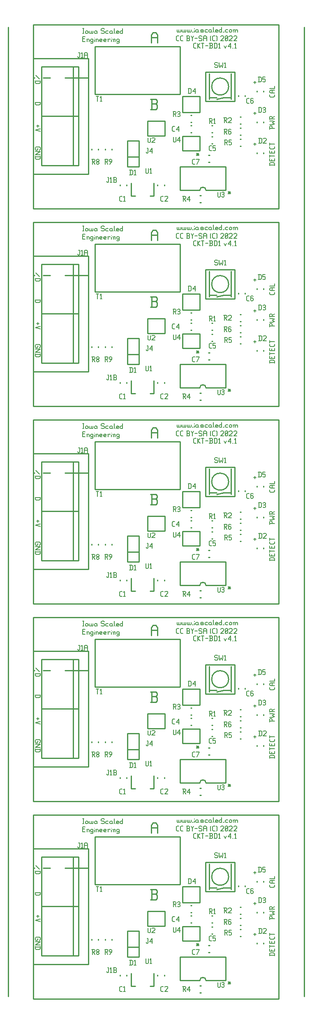
<source format=gbr>
G04 start of page 9 for group -4079 idx -4079 *
G04 Title: (unknown), topsilk *
G04 Creator: pcb 4.0.2 *
G04 CreationDate: Sun Oct 16 03:19:17 2022 UTC *
G04 For: ndholmes *
G04 Format: Gerber/RS-274X *
G04 PCB-Dimensions (mil): 3000.00 8100.00 *
G04 PCB-Coordinate-Origin: lower left *
%MOIN*%
%FSLAX25Y25*%
%LNTOPSILK*%
%ADD75C,0.0084*%
%ADD74C,0.0080*%
%ADD73C,0.0100*%
G54D73*X30000Y797500D02*Y12500D01*
X50500Y330500D02*Y479500D01*
X76000Y436500D02*X95000D01*
X58500D02*X64000D01*
X51500D02*X50500D01*
X51500Y116500D02*X50500D01*
X270000Y797500D02*Y12500D01*
X249500Y479500D02*Y330500D01*
X76000Y116500D02*X95000D01*
X58500D02*X64000D01*
X50500Y799500D02*X249500D01*
Y650500D01*
X50500D01*
Y799500D01*
X76000Y756500D02*X95000D01*
X58500D02*X64000D01*
X51500D02*X50500D01*
Y639500D02*X249500D01*
Y490500D01*
X50500D01*
Y479500D02*X249500D01*
X50500Y490500D02*Y639500D01*
X76000Y596500D02*X95000D01*
X58500D02*X64000D01*
X51500D02*X50500D01*
Y170500D02*Y319500D01*
X76000Y276500D02*X95000D01*
X58500D02*X64000D01*
X51500D02*X50500D01*
X249500Y330500D02*X50500D01*
Y319500D02*X249500D01*
Y170500D01*
Y159500D02*Y10500D01*
Y170500D02*X50500D01*
Y159500D02*X249500D01*
Y10500D02*X50500D01*
Y159500D01*
G54D74*X229000Y408000D02*X231000D01*
X230000Y409000D02*Y407000D01*
X246000Y423000D02*Y421700D01*
X245300Y421000D02*X246000Y421700D01*
X242700Y421000D02*X245300D01*
X242700D02*X242000Y421700D01*
Y423000D02*Y421700D01*
X243000Y424200D02*X246000D01*
X243000D02*X242000Y424900D01*
Y426000D02*Y424900D01*
Y426000D02*X243000Y426700D01*
X246000D01*
X244000D02*Y424200D01*
X242000Y427900D02*X246000D01*
Y429900D02*Y427900D01*
X229000Y433000D02*X231000D01*
X230000Y434000D02*Y432000D01*
G54D75*X145500Y411000D02*X149700D01*
X150750Y412050D01*
Y414570D02*Y412050D01*
X149700Y415620D02*X150750Y414570D01*
X146550Y415620D02*X149700D01*
X146550Y419400D02*Y411000D01*
X145500Y419400D02*X149700D01*
X150750Y418350D01*
Y416670D01*
X149700Y415620D02*X150750Y416670D01*
G54D74*X242000Y366000D02*X246000D01*
X242000Y367300D02*X242700Y368000D01*
X245300D01*
X246000Y367300D02*X245300Y368000D01*
X246000Y367300D02*Y365500D01*
X242000Y367300D02*Y365500D01*
X243800Y370700D02*Y369200D01*
X246000Y371200D02*Y369200D01*
X242000D02*X246000D01*
X242000Y371200D02*Y369200D01*
Y374400D02*Y372400D01*
Y373400D02*X246000D01*
X243800Y377100D02*Y375600D01*
X246000Y377600D02*Y375600D01*
X242000D02*X246000D01*
X242000Y377600D02*Y375600D01*
X246000Y380800D02*Y379500D01*
X245300Y378800D02*X246000Y379500D01*
X242700Y378800D02*X245300D01*
X242700D02*X242000Y379500D01*
Y380800D02*Y379500D01*
Y384000D02*Y382000D01*
Y383000D02*X246000D01*
X229000Y383000D02*X231000D01*
X230000Y384000D02*Y382000D01*
X182848Y375425D02*X184848Y373425D01*
X182848D02*X184848Y375425D01*
X182848Y374425D02*X184848D01*
X183848Y375425D02*Y373425D01*
X242000Y395500D02*X246000D01*
X242000Y397000D02*Y395000D01*
Y397000D02*X242500Y397500D01*
X243500D01*
X244000Y397000D02*X243500Y397500D01*
X244000Y397000D02*Y395500D01*
X242000Y398700D02*X244000D01*
X246000Y399200D01*
X244000Y400200D01*
X246000Y401200D01*
X244000Y401700D01*
X242000D02*X244000D01*
X242000Y404900D02*Y402900D01*
Y404900D02*X242500Y405400D01*
X243500D01*
X244000Y404900D02*X243500Y405400D01*
X244000Y404900D02*Y403400D01*
X242000D02*X246000D01*
X244000Y404200D02*X246000Y405400D01*
X208348Y344425D02*X210348Y342425D01*
X208348D02*X210348Y344425D01*
X208348Y343425D02*X210348D01*
X209348Y344425D02*Y342425D01*
X167000Y315500D02*Y314000D01*
X167500Y313500D01*
X168000D01*
X168500Y314000D01*
Y315500D02*Y314000D01*
X169000Y313500D01*
X169500D01*
X170000Y314000D01*
Y315500D02*Y314000D01*
X171200Y315500D02*Y314000D01*
X171700Y313500D01*
X172200D01*
X172700Y314000D01*
Y315500D02*Y314000D01*
X173200Y313500D01*
X173700D01*
X174200Y314000D01*
Y315500D02*Y314000D01*
X175400Y315500D02*Y314000D01*
X175900Y313500D01*
X176400D01*
X176900Y314000D01*
Y315500D02*Y314000D01*
X177400Y313500D01*
X177900D01*
X178400Y314000D01*
Y315500D02*Y314000D01*
X179600Y313500D02*X180100D01*
X181300Y316500D02*Y316400D01*
Y315000D02*Y313500D01*
X183800Y315500D02*X184300Y315000D01*
X182800Y315500D02*X183800D01*
X182300Y315000D02*X182800Y315500D01*
X182300Y315000D02*Y314000D01*
X182800Y313500D01*
X184300Y315500D02*Y314000D01*
X184800Y313500D01*
X182800D02*X183800D01*
X184300Y314000D01*
X186500Y313500D02*X188000D01*
X188500Y314000D01*
X188000Y314500D02*X188500Y314000D01*
X186500Y314500D02*X188000D01*
X186000Y315000D02*X186500Y314500D01*
X186000Y315000D02*X186500Y315500D01*
X188000D01*
X188500Y315000D01*
X186000Y314000D02*X186500Y313500D01*
X190200Y315500D02*X191700D01*
X189700Y315000D02*X190200Y315500D01*
X189700Y315000D02*Y314000D01*
X190200Y313500D01*
X191700D01*
X194400Y315500D02*X194900Y315000D01*
X193400Y315500D02*X194400D01*
X192900Y315000D02*X193400Y315500D01*
X192900Y315000D02*Y314000D01*
X193400Y313500D01*
X194900Y315500D02*Y314000D01*
X195400Y313500D01*
X193400D02*X194400D01*
X194900Y314000D01*
X196600Y317500D02*Y314000D01*
X197100Y313500D01*
X198600D02*X200100D01*
X198100Y314000D02*X198600Y313500D01*
X198100Y315000D02*Y314000D01*
Y315000D02*X198600Y315500D01*
X199600D01*
X200100Y315000D01*
X198100Y314500D02*X200100D01*
Y315000D02*Y314500D01*
X203300Y317500D02*Y313500D01*
X202800D02*X203300Y314000D01*
X201800Y313500D02*X202800D01*
X201300Y314000D02*X201800Y313500D01*
X201300Y315000D02*Y314000D01*
Y315000D02*X201800Y315500D01*
X202800D01*
X203300Y315000D01*
X204500Y313500D02*X205000D01*
X206700Y315500D02*X208200D01*
X206200Y315000D02*X206700Y315500D01*
X206200Y315000D02*Y314000D01*
X206700Y313500D01*
X208200D01*
X209400Y315000D02*Y314000D01*
Y315000D02*X209900Y315500D01*
X210900D01*
X211400Y315000D01*
Y314000D01*
X210900Y313500D02*X211400Y314000D01*
X209900Y313500D02*X210900D01*
X209400Y314000D02*X209900Y313500D01*
X213100Y315000D02*Y313500D01*
Y315000D02*X213600Y315500D01*
X214100D01*
X214600Y315000D01*
Y313500D01*
Y315000D02*X215100Y315500D01*
X215600D01*
X216100Y315000D01*
Y313500D01*
X212600Y315500D02*X213100Y315000D01*
X167200Y306500D02*X168500D01*
X166500Y307200D02*X167200Y306500D01*
X166500Y309800D02*Y307200D01*
Y309800D02*X167200Y310500D01*
X168500D01*
X170400Y306500D02*X171700D01*
X169700Y307200D02*X170400Y306500D01*
X169700Y309800D02*Y307200D01*
Y309800D02*X170400Y310500D01*
X171700D01*
X174700Y306500D02*X176700D01*
X177200Y307000D01*
Y308200D02*Y307000D01*
X176700Y308700D02*X177200Y308200D01*
X175200Y308700D02*X176700D01*
X175200Y310500D02*Y306500D01*
X174700Y310500D02*X176700D01*
X177200Y310000D01*
Y309200D01*
X176700Y308700D02*X177200Y309200D01*
X178400Y310500D02*X179400Y308500D01*
X180400Y310500D01*
X179400Y308500D02*Y306500D01*
X181600Y308500D02*X183600D01*
X186800Y310500D02*X187300Y310000D01*
X185300Y310500D02*X186800D01*
X184800Y310000D02*X185300Y310500D01*
X184800Y310000D02*Y309000D01*
X185300Y308500D01*
X186800D01*
X187300Y308000D01*
Y307000D01*
X186800Y306500D02*X187300Y307000D01*
X185300Y306500D02*X186800D01*
X184800Y307000D02*X185300Y306500D01*
X188500Y309500D02*Y306500D01*
Y309500D02*X189200Y310500D01*
X190300D01*
X191000Y309500D01*
Y306500D01*
X188500Y308500D02*X191000D01*
X194000Y307000D02*X194500Y306500D01*
X194000Y310000D02*X194500Y310500D01*
X194000Y310000D02*Y307000D01*
X196400Y306500D02*X197700D01*
X195700Y307200D02*X196400Y306500D01*
X195700Y309800D02*Y307200D01*
Y309800D02*X196400Y310500D01*
X197700D01*
X198900D02*X199400Y310000D01*
Y307000D01*
X198900Y306500D02*X199400Y307000D01*
X202400Y310000D02*X202900Y310500D01*
X204400D01*
X204900Y310000D01*
Y309000D01*
X202400Y306500D02*X204900Y309000D01*
X202400Y306500D02*X204900D01*
X206100Y307000D02*X206600Y306500D01*
X206100Y310000D02*Y307000D01*
Y310000D02*X206600Y310500D01*
X207600D01*
X208100Y310000D01*
Y307000D01*
X207600Y306500D02*X208100Y307000D01*
X206600Y306500D02*X207600D01*
X206100Y307500D02*X208100Y309500D01*
X209300Y310000D02*X209800Y310500D01*
X211300D01*
X211800Y310000D01*
Y309000D01*
X209300Y306500D02*X211800Y309000D01*
X209300Y306500D02*X211800D01*
X213000Y310000D02*X213500Y310500D01*
X215000D01*
X215500Y310000D01*
Y309000D01*
X213000Y306500D02*X215500Y309000D01*
X213000Y306500D02*X215500D01*
X181200Y300500D02*X182500D01*
X180500Y301200D02*X181200Y300500D01*
X180500Y303800D02*Y301200D01*
Y303800D02*X181200Y304500D01*
X182500D01*
X183700D02*Y300500D01*
Y302500D02*X185700Y304500D01*
X183700Y302500D02*X185700Y300500D01*
X186900Y304500D02*X188900D01*
X187900D02*Y300500D01*
X190100Y302500D02*X192100D01*
X193300Y300500D02*X195300D01*
X195800Y301000D01*
Y302200D02*Y301000D01*
X195300Y302700D02*X195800Y302200D01*
X193800Y302700D02*X195300D01*
X193800Y304500D02*Y300500D01*
X193300Y304500D02*X195300D01*
X195800Y304000D01*
Y303200D01*
X195300Y302700D02*X195800Y303200D01*
X197500Y304500D02*Y300500D01*
X198800Y304500D02*X199500Y303800D01*
Y301200D01*
X198800Y300500D02*X199500Y301200D01*
X197000Y300500D02*X198800D01*
X197000Y304500D02*X198800D01*
X200700Y303700D02*X201500Y304500D01*
Y300500D01*
X200700D02*X202200D01*
X205200Y302500D02*X206200Y300500D01*
X207200Y302500D02*X206200Y300500D01*
X208400Y302000D02*X210400Y304500D01*
X208400Y302000D02*X210900D01*
X210400Y304500D02*Y300500D01*
X212100D02*X212600D01*
X213800Y303700D02*X214600Y304500D01*
Y300500D01*
X213800D02*X215300D01*
G54D75*X146000Y311300D02*Y305000D01*
Y311300D02*X147470Y313400D01*
X149780D01*
X151250Y311300D01*
Y305000D01*
X146000Y309200D02*X151250D01*
X145500Y251000D02*X149700D01*
X150750Y252050D01*
Y254570D02*Y252050D01*
X149700Y255620D02*X150750Y254570D01*
X146550Y255620D02*X149700D01*
X146550Y259400D02*Y251000D01*
X145500Y259400D02*X149700D01*
X150750Y258350D01*
Y256670D01*
X149700Y255620D02*X150750Y256670D01*
G54D74*X56000Y378500D02*X55500Y378000D01*
X56000Y380000D02*Y378500D01*
X55500Y380500D02*X56000Y380000D01*
X52500Y380500D02*X55500D01*
X52500D02*X52000Y380000D01*
Y378500D01*
X52500Y378000D01*
X53500D01*
X54000Y378500D02*X53500Y378000D01*
X54000Y379500D02*Y378500D01*
X52000Y376800D02*X56000D01*
X52000Y374300D01*
X56000D01*
X52000Y372600D02*X56000D01*
Y371300D02*X55300Y370600D01*
X52700D02*X55300D01*
X52000Y371300D02*X52700Y370600D01*
X52000Y373100D02*Y371300D01*
X56000Y373100D02*Y371300D01*
X54000Y238500D02*Y236500D01*
X53000Y237500D02*X55000D01*
X56000Y235300D02*X52000Y234300D01*
X56000Y233300D01*
X52000Y256500D02*X56000D01*
Y255200D02*X55300Y254500D01*
X52700D02*X55300D01*
X52000Y255200D02*X52700Y254500D01*
X52000Y257000D02*Y255200D01*
X56000Y257000D02*Y255200D01*
X52500Y278500D02*X55500Y275500D01*
X52000Y273800D02*X56000D01*
Y272500D02*X55300Y271800D01*
X52700D02*X55300D01*
X52000Y272500D02*X52700Y271800D01*
X52000Y274300D02*Y272500D01*
X56000Y274300D02*Y272500D01*
Y218500D02*X55500Y218000D01*
X56000Y220000D02*Y218500D01*
X55500Y220500D02*X56000Y220000D01*
X52500Y220500D02*X55500D01*
X52500D02*X52000Y220000D01*
Y218500D01*
X52500Y218000D01*
X53500D01*
X54000Y218500D02*X53500Y218000D01*
X54000Y219500D02*Y218500D01*
X52000Y216800D02*X56000D01*
X52000Y214300D01*
X56000D01*
X52000Y212600D02*X56000D01*
Y211300D02*X55300Y210600D01*
X52700D02*X55300D01*
X52000Y211300D02*X52700Y210600D01*
X52000Y213100D02*Y211300D01*
X56000Y213100D02*Y211300D01*
X54000Y78500D02*Y76500D01*
X53000Y77500D02*X55000D01*
X56000Y75300D02*X52000Y74300D01*
X56000Y73300D01*
Y58500D02*X55500Y58000D01*
X56000Y60000D02*Y58500D01*
X55500Y60500D02*X56000Y60000D01*
X52500Y60500D02*X55500D01*
X52500D02*X52000Y60000D01*
Y58500D01*
X52500Y58000D01*
X53500D01*
X54000Y58500D02*X53500Y58000D01*
X54000Y59500D02*Y58500D01*
X52000Y56800D02*X56000D01*
X52000Y54300D01*
X56000D01*
X52000Y52600D02*X56000D01*
Y51300D02*X55300Y50600D01*
X52700D02*X55300D01*
X52000Y51300D02*X52700Y50600D01*
X52000Y53100D02*Y51300D01*
X56000Y53100D02*Y51300D01*
X52000Y96500D02*X56000D01*
Y95200D02*X55300Y94500D01*
X52700D02*X55300D01*
X52000Y95200D02*X52700Y94500D01*
X52000Y97000D02*Y95200D01*
X56000Y97000D02*Y95200D01*
X52500Y118500D02*X55500Y115500D01*
X52000Y113800D02*X56000D01*
Y112500D02*X55300Y111800D01*
X52700D02*X55300D01*
X52000Y112500D02*X52700Y111800D01*
X52000Y114300D02*Y112500D01*
X56000Y114300D02*Y112500D01*
X208348Y184425D02*X210348Y182425D01*
X208348D02*X210348Y184425D01*
X208348Y183425D02*X210348D01*
X209348Y184425D02*Y182425D01*
X182848Y215425D02*X184848Y213425D01*
X182848D02*X184848Y215425D01*
X182848Y214425D02*X184848D01*
X183848Y215425D02*Y213425D01*
X229000Y248000D02*X231000D01*
X230000Y249000D02*Y247000D01*
X246000Y263000D02*Y261700D01*
X245300Y261000D02*X246000Y261700D01*
X242700Y261000D02*X245300D01*
X242700D02*X242000Y261700D01*
Y263000D02*Y261700D01*
X243000Y264200D02*X246000D01*
X243000D02*X242000Y264900D01*
Y266000D02*Y264900D01*
Y266000D02*X243000Y266700D01*
X246000D01*
X244000D02*Y264200D01*
X242000Y267900D02*X246000D01*
Y269900D02*Y267900D01*
X229000Y273000D02*X231000D01*
X230000Y274000D02*Y272000D01*
X242000Y206000D02*X246000D01*
X242000Y207300D02*X242700Y208000D01*
X245300D01*
X246000Y207300D02*X245300Y208000D01*
X246000Y207300D02*Y205500D01*
X242000Y207300D02*Y205500D01*
X243800Y210700D02*Y209200D01*
X246000Y211200D02*Y209200D01*
X242000D02*X246000D01*
X242000Y211200D02*Y209200D01*
Y214400D02*Y212400D01*
Y213400D02*X246000D01*
X243800Y217100D02*Y215600D01*
X246000Y217600D02*Y215600D01*
X242000D02*X246000D01*
X242000Y217600D02*Y215600D01*
X246000Y220800D02*Y219500D01*
X245300Y218800D02*X246000Y219500D01*
X242700Y218800D02*X245300D01*
X242700D02*X242000Y219500D01*
Y220800D02*Y219500D01*
Y224000D02*Y222000D01*
Y223000D02*X246000D01*
X242000Y235500D02*X246000D01*
X242000Y237000D02*Y235000D01*
Y237000D02*X242500Y237500D01*
X243500D01*
X244000Y237000D02*X243500Y237500D01*
X244000Y237000D02*Y235500D01*
X242000Y238700D02*X244000D01*
X246000Y239200D01*
X244000Y240200D01*
X246000Y241200D01*
X244000Y241700D01*
X242000D02*X244000D01*
X242000Y244900D02*Y242900D01*
Y244900D02*X242500Y245400D01*
X243500D01*
X244000Y244900D02*X243500Y245400D01*
X244000Y244900D02*Y243400D01*
X242000D02*X246000D01*
X244000Y244200D02*X246000Y245400D01*
X229000Y223000D02*X231000D01*
X230000Y224000D02*Y222000D01*
X229000Y88000D02*X231000D01*
X230000Y89000D02*Y87000D01*
X229000Y63000D02*X231000D01*
X230000Y64000D02*Y62000D01*
X246000Y103000D02*Y101700D01*
X245300Y101000D02*X246000Y101700D01*
X242700Y101000D02*X245300D01*
X242700D02*X242000Y101700D01*
Y103000D02*Y101700D01*
X243000Y104200D02*X246000D01*
X243000D02*X242000Y104900D01*
Y106000D02*Y104900D01*
Y106000D02*X243000Y106700D01*
X246000D01*
X244000D02*Y104200D01*
X242000Y107900D02*X246000D01*
Y109900D02*Y107900D01*
G54D75*X145500Y91000D02*X149700D01*
X150750Y92050D01*
Y94570D02*Y92050D01*
X149700Y95620D02*X150750Y94570D01*
X146550Y95620D02*X149700D01*
X146550Y99400D02*Y91000D01*
X145500Y99400D02*X149700D01*
X150750Y98350D01*
Y96670D01*
X149700Y95620D02*X150750Y96670D01*
G54D74*X229000Y113000D02*X231000D01*
X230000Y114000D02*Y112000D01*
X242000Y46000D02*X246000D01*
X242000Y47300D02*X242700Y48000D01*
X245300D01*
X246000Y47300D02*X245300Y48000D01*
X246000Y47300D02*Y45500D01*
X242000Y47300D02*Y45500D01*
X243800Y50700D02*Y49200D01*
X246000Y51200D02*Y49200D01*
X242000D02*X246000D01*
X242000Y51200D02*Y49200D01*
Y54400D02*Y52400D01*
Y53400D02*X246000D01*
X243800Y57100D02*Y55600D01*
X246000Y57600D02*Y55600D01*
X242000D02*X246000D01*
X242000Y57600D02*Y55600D01*
X246000Y60800D02*Y59500D01*
X245300Y58800D02*X246000Y59500D01*
X242700Y58800D02*X245300D01*
X242700D02*X242000Y59500D01*
Y60800D02*Y59500D01*
Y64000D02*Y62000D01*
Y63000D02*X246000D01*
X242000Y75500D02*X246000D01*
X242000Y77000D02*Y75000D01*
Y77000D02*X242500Y77500D01*
X243500D01*
X244000Y77000D02*X243500Y77500D01*
X244000Y77000D02*Y75500D01*
X242000Y78700D02*X244000D01*
X246000Y79200D01*
X244000Y80200D01*
X246000Y81200D01*
X244000Y81700D01*
X242000D02*X244000D01*
X242000Y84900D02*Y82900D01*
Y84900D02*X242500Y85400D01*
X243500D01*
X244000Y84900D02*X243500Y85400D01*
X244000Y84900D02*Y83400D01*
X242000D02*X246000D01*
X244000Y84200D02*X246000Y85400D01*
X90500Y156500D02*X91500D01*
X91000D02*Y152500D01*
X90500D02*X91500D01*
X92700Y154000D02*Y153000D01*
Y154000D02*X93200Y154500D01*
X94200D01*
X94700Y154000D01*
Y153000D01*
X94200Y152500D02*X94700Y153000D01*
X93200Y152500D02*X94200D01*
X92700Y153000D02*X93200Y152500D01*
X95900Y154500D02*Y153000D01*
X96400Y152500D01*
X96900D01*
X97400Y153000D01*
Y154500D02*Y153000D01*
X97900Y152500D01*
X98400D01*
X98900Y153000D01*
Y154500D02*Y153000D01*
X101600Y154500D02*X102100Y154000D01*
X100600Y154500D02*X101600D01*
X100100Y154000D02*X100600Y154500D01*
X100100Y154000D02*Y153000D01*
X100600Y152500D01*
X102100Y154500D02*Y153000D01*
X102600Y152500D01*
X100600D02*X101600D01*
X102100Y153000D01*
X107600Y156500D02*X108100Y156000D01*
X106100Y156500D02*X107600D01*
X105600Y156000D02*X106100Y156500D01*
X105600Y156000D02*Y155000D01*
X106100Y154500D01*
X107600D01*
X108100Y154000D01*
Y153000D01*
X107600Y152500D02*X108100Y153000D01*
X106100Y152500D02*X107600D01*
X105600Y153000D02*X106100Y152500D01*
X109800Y154500D02*X111300D01*
X109300Y154000D02*X109800Y154500D01*
X109300Y154000D02*Y153000D01*
X109800Y152500D01*
X111300D01*
X114000Y154500D02*X114500Y154000D01*
X113000Y154500D02*X114000D01*
X112500Y154000D02*X113000Y154500D01*
X112500Y154000D02*Y153000D01*
X113000Y152500D01*
X114500Y154500D02*Y153000D01*
X115000Y152500D01*
X113000D02*X114000D01*
X114500Y153000D01*
X116200Y156500D02*Y153000D01*
X116700Y152500D01*
X118200D02*X119700D01*
X117700Y153000D02*X118200Y152500D01*
X117700Y154000D02*Y153000D01*
Y154000D02*X118200Y154500D01*
X119200D01*
X119700Y154000D01*
X117700Y153500D02*X119700D01*
Y154000D02*Y153500D01*
X122900Y156500D02*Y152500D01*
X122400D02*X122900Y153000D01*
X121400Y152500D02*X122400D01*
X120900Y153000D02*X121400Y152500D01*
X120900Y154000D02*Y153000D01*
Y154000D02*X121400Y154500D01*
X122400D01*
X122900Y154000D01*
X90500Y148200D02*X92000D01*
X90500Y146000D02*X92500D01*
X90500Y150000D02*Y146000D01*
Y150000D02*X92500D01*
X94200Y147500D02*Y146000D01*
Y147500D02*X94700Y148000D01*
X95200D01*
X95700Y147500D01*
Y146000D01*
X93700Y148000D02*X94200Y147500D01*
X98400Y148000D02*X98900Y147500D01*
X97400Y148000D02*X98400D01*
X96900Y147500D02*X97400Y148000D01*
X96900Y147500D02*Y146500D01*
X97400Y146000D01*
X98400D01*
X98900Y146500D01*
X96900Y145000D02*X97400Y144500D01*
X98400D01*
X98900Y145000D01*
Y148000D02*Y145000D01*
X100100Y149000D02*Y148900D01*
Y147500D02*Y146000D01*
X101600Y147500D02*Y146000D01*
Y147500D02*X102100Y148000D01*
X102600D01*
X103100Y147500D01*
Y146000D01*
X101100Y148000D02*X101600Y147500D01*
X104800Y146000D02*X106300D01*
X104300Y146500D02*X104800Y146000D01*
X104300Y147500D02*Y146500D01*
Y147500D02*X104800Y148000D01*
X105800D01*
X106300Y147500D01*
X104300Y147000D02*X106300D01*
Y147500D02*Y147000D01*
X108000Y146000D02*X109500D01*
X107500Y146500D02*X108000Y146000D01*
X107500Y147500D02*Y146500D01*
Y147500D02*X108000Y148000D01*
X109000D01*
X109500Y147500D01*
X107500Y147000D02*X109500D01*
Y147500D02*Y147000D01*
X111200Y147500D02*Y146000D01*
Y147500D02*X111700Y148000D01*
X112700D01*
X110700D02*X111200Y147500D01*
X113900Y149000D02*Y148900D01*
Y147500D02*Y146000D01*
X115400Y147500D02*Y146000D01*
Y147500D02*X115900Y148000D01*
X116400D01*
X116900Y147500D01*
Y146000D01*
X114900Y148000D02*X115400Y147500D01*
X119600Y148000D02*X120100Y147500D01*
X118600Y148000D02*X119600D01*
X118100Y147500D02*X118600Y148000D01*
X118100Y147500D02*Y146500D01*
X118600Y146000D01*
X119600D01*
X120100Y146500D01*
X118100Y145000D02*X118600Y144500D01*
X119600D01*
X120100Y145000D01*
Y148000D02*Y145000D01*
X167000Y155500D02*Y154000D01*
X167500Y153500D01*
X168000D01*
X168500Y154000D01*
Y155500D02*Y154000D01*
X169000Y153500D01*
X169500D01*
X170000Y154000D01*
Y155500D02*Y154000D01*
X171200Y155500D02*Y154000D01*
X171700Y153500D01*
X172200D01*
X172700Y154000D01*
Y155500D02*Y154000D01*
X173200Y153500D01*
X173700D01*
X174200Y154000D01*
Y155500D02*Y154000D01*
X175400Y155500D02*Y154000D01*
X175900Y153500D01*
X176400D01*
X176900Y154000D01*
Y155500D02*Y154000D01*
X177400Y153500D01*
X177900D01*
X178400Y154000D01*
Y155500D02*Y154000D01*
X179600Y153500D02*X180100D01*
X181300Y156500D02*Y156400D01*
Y155000D02*Y153500D01*
X183800Y155500D02*X184300Y155000D01*
X182800Y155500D02*X183800D01*
X182300Y155000D02*X182800Y155500D01*
X182300Y155000D02*Y154000D01*
X182800Y153500D01*
X184300Y155500D02*Y154000D01*
X184800Y153500D01*
X182800D02*X183800D01*
X184300Y154000D01*
X186500Y153500D02*X188000D01*
X188500Y154000D01*
X188000Y154500D02*X188500Y154000D01*
X186500Y154500D02*X188000D01*
X186000Y155000D02*X186500Y154500D01*
X186000Y155000D02*X186500Y155500D01*
X188000D01*
X188500Y155000D01*
X186000Y154000D02*X186500Y153500D01*
X190200Y155500D02*X191700D01*
X189700Y155000D02*X190200Y155500D01*
X189700Y155000D02*Y154000D01*
X190200Y153500D01*
X191700D01*
X194400Y155500D02*X194900Y155000D01*
X193400Y155500D02*X194400D01*
X192900Y155000D02*X193400Y155500D01*
X192900Y155000D02*Y154000D01*
X193400Y153500D01*
X194900Y155500D02*Y154000D01*
X195400Y153500D01*
X193400D02*X194400D01*
X194900Y154000D01*
X196600Y157500D02*Y154000D01*
X197100Y153500D01*
X198600D02*X200100D01*
X198100Y154000D02*X198600Y153500D01*
X198100Y155000D02*Y154000D01*
Y155000D02*X198600Y155500D01*
X199600D01*
X200100Y155000D01*
X198100Y154500D02*X200100D01*
Y155000D02*Y154500D01*
X203300Y157500D02*Y153500D01*
X202800D02*X203300Y154000D01*
X201800Y153500D02*X202800D01*
X201300Y154000D02*X201800Y153500D01*
X201300Y155000D02*Y154000D01*
Y155000D02*X201800Y155500D01*
X202800D01*
X203300Y155000D01*
X204500Y153500D02*X205000D01*
X206700Y155500D02*X208200D01*
X206200Y155000D02*X206700Y155500D01*
X206200Y155000D02*Y154000D01*
X206700Y153500D01*
X208200D01*
X209400Y155000D02*Y154000D01*
Y155000D02*X209900Y155500D01*
X210900D01*
X211400Y155000D01*
Y154000D01*
X210900Y153500D02*X211400Y154000D01*
X209900Y153500D02*X210900D01*
X209400Y154000D02*X209900Y153500D01*
X213100Y155000D02*Y153500D01*
Y155000D02*X213600Y155500D01*
X214100D01*
X214600Y155000D01*
Y153500D01*
Y155000D02*X215100Y155500D01*
X215600D01*
X216100Y155000D01*
Y153500D01*
X212600Y155500D02*X213100Y155000D01*
X167200Y146500D02*X168500D01*
X166500Y147200D02*X167200Y146500D01*
X166500Y149800D02*Y147200D01*
Y149800D02*X167200Y150500D01*
X168500D01*
X170400Y146500D02*X171700D01*
X169700Y147200D02*X170400Y146500D01*
X169700Y149800D02*Y147200D01*
Y149800D02*X170400Y150500D01*
X171700D01*
X174700Y146500D02*X176700D01*
X177200Y147000D01*
Y148200D02*Y147000D01*
X176700Y148700D02*X177200Y148200D01*
X175200Y148700D02*X176700D01*
X175200Y150500D02*Y146500D01*
X174700Y150500D02*X176700D01*
X177200Y150000D01*
Y149200D01*
X176700Y148700D02*X177200Y149200D01*
X178400Y150500D02*X179400Y148500D01*
X180400Y150500D01*
X179400Y148500D02*Y146500D01*
X181600Y148500D02*X183600D01*
X186800Y150500D02*X187300Y150000D01*
X185300Y150500D02*X186800D01*
X184800Y150000D02*X185300Y150500D01*
X184800Y150000D02*Y149000D01*
X185300Y148500D01*
X186800D01*
X187300Y148000D01*
Y147000D01*
X186800Y146500D02*X187300Y147000D01*
X185300Y146500D02*X186800D01*
X184800Y147000D02*X185300Y146500D01*
X188500Y149500D02*Y146500D01*
Y149500D02*X189200Y150500D01*
X190300D01*
X191000Y149500D01*
Y146500D01*
X188500Y148500D02*X191000D01*
X194000Y147000D02*X194500Y146500D01*
X194000Y150000D02*X194500Y150500D01*
X194000Y150000D02*Y147000D01*
X196400Y146500D02*X197700D01*
X195700Y147200D02*X196400Y146500D01*
X195700Y149800D02*Y147200D01*
Y149800D02*X196400Y150500D01*
X197700D01*
X198900D02*X199400Y150000D01*
Y147000D01*
X198900Y146500D02*X199400Y147000D01*
X202400Y150000D02*X202900Y150500D01*
X204400D01*
X204900Y150000D01*
Y149000D01*
X202400Y146500D02*X204900Y149000D01*
X202400Y146500D02*X204900D01*
X206100Y147000D02*X206600Y146500D01*
X206100Y150000D02*Y147000D01*
Y150000D02*X206600Y150500D01*
X207600D01*
X208100Y150000D01*
Y147000D01*
X207600Y146500D02*X208100Y147000D01*
X206600Y146500D02*X207600D01*
X206100Y147500D02*X208100Y149500D01*
X209300Y150000D02*X209800Y150500D01*
X211300D01*
X211800Y150000D01*
Y149000D01*
X209300Y146500D02*X211800Y149000D01*
X209300Y146500D02*X211800D01*
X213000Y150000D02*X213500Y150500D01*
X215000D01*
X215500Y150000D01*
Y149000D01*
X213000Y146500D02*X215500Y149000D01*
X213000Y146500D02*X215500D01*
X181200Y140500D02*X182500D01*
X180500Y141200D02*X181200Y140500D01*
X180500Y143800D02*Y141200D01*
Y143800D02*X181200Y144500D01*
X182500D01*
X183700D02*Y140500D01*
Y142500D02*X185700Y144500D01*
X183700Y142500D02*X185700Y140500D01*
X186900Y144500D02*X188900D01*
X187900D02*Y140500D01*
X190100Y142500D02*X192100D01*
X193300Y140500D02*X195300D01*
X195800Y141000D01*
Y142200D02*Y141000D01*
X195300Y142700D02*X195800Y142200D01*
X193800Y142700D02*X195300D01*
X193800Y144500D02*Y140500D01*
X193300Y144500D02*X195300D01*
X195800Y144000D01*
Y143200D01*
X195300Y142700D02*X195800Y143200D01*
X197500Y144500D02*Y140500D01*
X198800Y144500D02*X199500Y143800D01*
Y141200D01*
X198800Y140500D02*X199500Y141200D01*
X197000Y140500D02*X198800D01*
X197000Y144500D02*X198800D01*
X200700Y143700D02*X201500Y144500D01*
Y140500D01*
X200700D02*X202200D01*
X205200Y142500D02*X206200Y140500D01*
X207200Y142500D02*X206200Y140500D01*
X208400Y142000D02*X210400Y144500D01*
X208400Y142000D02*X210900D01*
X210400Y144500D02*Y140500D01*
X212100D02*X212600D01*
X213800Y143700D02*X214600Y144500D01*
Y140500D01*
X213800D02*X215300D01*
G54D75*X146000Y151300D02*Y145000D01*
Y151300D02*X147470Y153400D01*
X149780D01*
X151250Y151300D01*
Y145000D01*
X146000Y149200D02*X151250D01*
G54D74*X208348Y24425D02*X210348Y22425D01*
X208348D02*X210348Y24425D01*
X208348Y23425D02*X210348D01*
X209348Y24425D02*Y22425D01*
X182848Y55425D02*X184848Y53425D01*
X182848D02*X184848Y55425D01*
X182848Y54425D02*X184848D01*
X183848Y55425D02*Y53425D01*
X54000Y558500D02*Y556500D01*
X53000Y557500D02*X55000D01*
X56000Y555300D02*X52000Y554300D01*
X56000Y553300D01*
Y538500D02*X55500Y538000D01*
X56000Y540000D02*Y538500D01*
X55500Y540500D02*X56000Y540000D01*
X52500Y540500D02*X55500D01*
X52500D02*X52000Y540000D01*
Y538500D01*
X52500Y538000D01*
X53500D01*
X54000Y538500D02*X53500Y538000D01*
X54000Y539500D02*Y538500D01*
X52000Y536800D02*X56000D01*
X52000Y534300D01*
X56000D01*
X52000Y532600D02*X56000D01*
Y531300D02*X55300Y530600D01*
X52700D02*X55300D01*
X52000Y531300D02*X52700Y530600D01*
X52000Y533100D02*Y531300D01*
X56000Y533100D02*Y531300D01*
X52000Y576500D02*X56000D01*
Y575200D02*X55300Y574500D01*
X52700D02*X55300D01*
X52000Y575200D02*X52700Y574500D01*
X52000Y577000D02*Y575200D01*
X56000Y577000D02*Y575200D01*
X52500Y598500D02*X55500Y595500D01*
X52000Y593800D02*X56000D01*
Y592500D02*X55300Y591800D01*
X52700D02*X55300D01*
X52000Y592500D02*X52700Y591800D01*
X52000Y594300D02*Y592500D01*
X56000Y594300D02*Y592500D01*
X54000Y398500D02*Y396500D01*
X53000Y397500D02*X55000D01*
X56000Y395300D02*X52000Y394300D01*
X56000Y393300D01*
X52000Y416500D02*X56000D01*
Y415200D02*X55300Y414500D01*
X52700D02*X55300D01*
X52000Y415200D02*X52700Y414500D01*
X52000Y417000D02*Y415200D01*
X56000Y417000D02*Y415200D01*
X52500Y438500D02*X55500Y435500D01*
X52000Y433800D02*X56000D01*
Y432500D02*X55300Y431800D01*
X52700D02*X55300D01*
X52000Y432500D02*X52700Y431800D01*
X52000Y434300D02*Y432500D01*
X56000Y434300D02*Y432500D01*
X167000Y795500D02*Y794000D01*
X167500Y793500D01*
X168000D01*
X168500Y794000D01*
Y795500D02*Y794000D01*
X169000Y793500D01*
X169500D01*
X170000Y794000D01*
Y795500D02*Y794000D01*
X171200Y795500D02*Y794000D01*
X171700Y793500D01*
X172200D01*
X172700Y794000D01*
Y795500D02*Y794000D01*
X173200Y793500D01*
X173700D01*
X174200Y794000D01*
Y795500D02*Y794000D01*
X175400Y795500D02*Y794000D01*
X175900Y793500D01*
X176400D01*
X176900Y794000D01*
Y795500D02*Y794000D01*
X177400Y793500D01*
X177900D01*
X178400Y794000D01*
Y795500D02*Y794000D01*
X179600Y793500D02*X180100D01*
X181300Y796500D02*Y796400D01*
Y795000D02*Y793500D01*
X183800Y795500D02*X184300Y795000D01*
X182800Y795500D02*X183800D01*
X182300Y795000D02*X182800Y795500D01*
X182300Y795000D02*Y794000D01*
X182800Y793500D01*
X184300Y795500D02*Y794000D01*
X184800Y793500D01*
X182800D02*X183800D01*
X184300Y794000D01*
X186500Y793500D02*X188000D01*
X188500Y794000D01*
X188000Y794500D02*X188500Y794000D01*
X186500Y794500D02*X188000D01*
X186000Y795000D02*X186500Y794500D01*
X186000Y795000D02*X186500Y795500D01*
X188000D01*
X188500Y795000D01*
X186000Y794000D02*X186500Y793500D01*
X190200Y795500D02*X191700D01*
X189700Y795000D02*X190200Y795500D01*
X189700Y795000D02*Y794000D01*
X190200Y793500D01*
X191700D01*
X194400Y795500D02*X194900Y795000D01*
X193400Y795500D02*X194400D01*
X192900Y795000D02*X193400Y795500D01*
X192900Y795000D02*Y794000D01*
X193400Y793500D01*
X194900Y795500D02*Y794000D01*
X195400Y793500D01*
X193400D02*X194400D01*
X194900Y794000D01*
X196600Y797500D02*Y794000D01*
X197100Y793500D01*
X198600D02*X200100D01*
X198100Y794000D02*X198600Y793500D01*
X198100Y795000D02*Y794000D01*
Y795000D02*X198600Y795500D01*
X199600D01*
X200100Y795000D01*
X198100Y794500D02*X200100D01*
Y795000D02*Y794500D01*
X203300Y797500D02*Y793500D01*
X202800D02*X203300Y794000D01*
X201800Y793500D02*X202800D01*
X201300Y794000D02*X201800Y793500D01*
X201300Y795000D02*Y794000D01*
Y795000D02*X201800Y795500D01*
X202800D01*
X203300Y795000D01*
X204500Y793500D02*X205000D01*
X206700Y795500D02*X208200D01*
X206200Y795000D02*X206700Y795500D01*
X206200Y795000D02*Y794000D01*
X206700Y793500D01*
X208200D01*
X209400Y795000D02*Y794000D01*
Y795000D02*X209900Y795500D01*
X210900D01*
X211400Y795000D01*
Y794000D01*
X210900Y793500D02*X211400Y794000D01*
X209900Y793500D02*X210900D01*
X209400Y794000D02*X209900Y793500D01*
X213100Y795000D02*Y793500D01*
Y795000D02*X213600Y795500D01*
X214100D01*
X214600Y795000D01*
Y793500D01*
Y795000D02*X215100Y795500D01*
X215600D01*
X216100Y795000D01*
Y793500D01*
X212600Y795500D02*X213100Y795000D01*
X229000Y728000D02*X231000D01*
X230000Y729000D02*Y727000D01*
X229000Y753000D02*X231000D01*
X230000Y754000D02*Y752000D01*
X181200Y780500D02*X182500D01*
X180500Y781200D02*X181200Y780500D01*
X180500Y783800D02*Y781200D01*
Y783800D02*X181200Y784500D01*
X182500D01*
X183700D02*Y780500D01*
Y782500D02*X185700Y784500D01*
X183700Y782500D02*X185700Y780500D01*
X186900Y784500D02*X188900D01*
X187900D02*Y780500D01*
X190100Y782500D02*X192100D01*
X193300Y780500D02*X195300D01*
X195800Y781000D01*
Y782200D02*Y781000D01*
X195300Y782700D02*X195800Y782200D01*
X193800Y782700D02*X195300D01*
X193800Y784500D02*Y780500D01*
X193300Y784500D02*X195300D01*
X195800Y784000D01*
Y783200D01*
X195300Y782700D02*X195800Y783200D01*
X197500Y784500D02*Y780500D01*
X198800Y784500D02*X199500Y783800D01*
Y781200D01*
X198800Y780500D02*X199500Y781200D01*
X197000Y780500D02*X198800D01*
X197000Y784500D02*X198800D01*
X200700Y783700D02*X201500Y784500D01*
Y780500D01*
X200700D02*X202200D01*
X205200Y782500D02*X206200Y780500D01*
X207200Y782500D02*X206200Y780500D01*
X208400Y782000D02*X210400Y784500D01*
X208400Y782000D02*X210900D01*
X210400Y784500D02*Y780500D01*
X212100D02*X212600D01*
X213800Y783700D02*X214600Y784500D01*
Y780500D01*
X213800D02*X215300D01*
G54D75*X145500Y731000D02*X149700D01*
X150750Y732050D01*
Y734570D02*Y732050D01*
X149700Y735620D02*X150750Y734570D01*
X146550Y735620D02*X149700D01*
X146550Y739400D02*Y731000D01*
X145500Y739400D02*X149700D01*
X150750Y738350D01*
Y736670D01*
X149700Y735620D02*X150750Y736670D01*
G54D74*X246000Y743000D02*Y741700D01*
X245300Y741000D02*X246000Y741700D01*
X242700Y741000D02*X245300D01*
X242700D02*X242000Y741700D01*
Y743000D02*Y741700D01*
X243000Y744200D02*X246000D01*
X243000D02*X242000Y744900D01*
Y746000D02*Y744900D01*
Y746000D02*X243000Y746700D01*
X246000D01*
X244000D02*Y744200D01*
X242000Y747900D02*X246000D01*
Y749900D02*Y747900D01*
X167200Y786500D02*X168500D01*
X166500Y787200D02*X167200Y786500D01*
X166500Y789800D02*Y787200D01*
Y789800D02*X167200Y790500D01*
X168500D01*
X170400Y786500D02*X171700D01*
X169700Y787200D02*X170400Y786500D01*
X169700Y789800D02*Y787200D01*
Y789800D02*X170400Y790500D01*
X171700D01*
X174700Y786500D02*X176700D01*
X177200Y787000D01*
Y788200D02*Y787000D01*
X176700Y788700D02*X177200Y788200D01*
X175200Y788700D02*X176700D01*
X175200Y790500D02*Y786500D01*
X174700Y790500D02*X176700D01*
X177200Y790000D01*
Y789200D01*
X176700Y788700D02*X177200Y789200D01*
X178400Y790500D02*X179400Y788500D01*
X180400Y790500D01*
X179400Y788500D02*Y786500D01*
X181600Y788500D02*X183600D01*
X186800Y790500D02*X187300Y790000D01*
X185300Y790500D02*X186800D01*
X184800Y790000D02*X185300Y790500D01*
X184800Y790000D02*Y789000D01*
X185300Y788500D01*
X186800D01*
X187300Y788000D01*
Y787000D01*
X186800Y786500D02*X187300Y787000D01*
X185300Y786500D02*X186800D01*
X184800Y787000D02*X185300Y786500D01*
X188500Y789500D02*Y786500D01*
Y789500D02*X189200Y790500D01*
X190300D01*
X191000Y789500D01*
Y786500D01*
X188500Y788500D02*X191000D01*
X194000Y787000D02*X194500Y786500D01*
X194000Y790000D02*X194500Y790500D01*
X194000Y790000D02*Y787000D01*
X196400Y786500D02*X197700D01*
X195700Y787200D02*X196400Y786500D01*
X195700Y789800D02*Y787200D01*
Y789800D02*X196400Y790500D01*
X197700D01*
X198900D02*X199400Y790000D01*
Y787000D01*
X198900Y786500D02*X199400Y787000D01*
X202400Y790000D02*X202900Y790500D01*
X204400D01*
X204900Y790000D01*
Y789000D01*
X202400Y786500D02*X204900Y789000D01*
X202400Y786500D02*X204900D01*
X206100Y787000D02*X206600Y786500D01*
X206100Y790000D02*Y787000D01*
Y790000D02*X206600Y790500D01*
X207600D01*
X208100Y790000D01*
Y787000D01*
X207600Y786500D02*X208100Y787000D01*
X206600Y786500D02*X207600D01*
X206100Y787500D02*X208100Y789500D01*
X209300Y790000D02*X209800Y790500D01*
X211300D01*
X211800Y790000D01*
Y789000D01*
X209300Y786500D02*X211800Y789000D01*
X209300Y786500D02*X211800D01*
X213000Y790000D02*X213500Y790500D01*
X215000D01*
X215500Y790000D01*
Y789000D01*
X213000Y786500D02*X215500Y789000D01*
X213000Y786500D02*X215500D01*
G54D75*X146000Y791300D02*Y785000D01*
Y791300D02*X147470Y793400D01*
X149780D01*
X151250Y791300D01*
Y785000D01*
X146000Y789200D02*X151250D01*
G54D74*X242000Y686000D02*X246000D01*
X242000Y687300D02*X242700Y688000D01*
X245300D01*
X246000Y687300D02*X245300Y688000D01*
X246000Y687300D02*Y685500D01*
X242000Y687300D02*Y685500D01*
X243800Y690700D02*Y689200D01*
X246000Y691200D02*Y689200D01*
X242000D02*X246000D01*
X242000Y691200D02*Y689200D01*
Y694400D02*Y692400D01*
Y693400D02*X246000D01*
X243800Y697100D02*Y695600D01*
X246000Y697600D02*Y695600D01*
X242000D02*X246000D01*
X242000Y697600D02*Y695600D01*
X246000Y700800D02*Y699500D01*
X245300Y698800D02*X246000Y699500D01*
X242700Y698800D02*X245300D01*
X242700D02*X242000Y699500D01*
Y700800D02*Y699500D01*
Y704000D02*Y702000D01*
Y703000D02*X246000D01*
X208348Y664425D02*X210348Y662425D01*
X208348D02*X210348Y664425D01*
X208348Y663425D02*X210348D01*
X209348Y664425D02*Y662425D01*
X229000Y703000D02*X231000D01*
X230000Y704000D02*Y702000D01*
X182848Y695425D02*X184848Y693425D01*
X182848D02*X184848Y695425D01*
X182848Y694425D02*X184848D01*
X183848Y695425D02*Y693425D01*
X242000Y715500D02*X246000D01*
X242000Y717000D02*Y715000D01*
Y717000D02*X242500Y717500D01*
X243500D01*
X244000Y717000D02*X243500Y717500D01*
X244000Y717000D02*Y715500D01*
X242000Y718700D02*X244000D01*
X246000Y719200D01*
X244000Y720200D01*
X246000Y721200D01*
X244000Y721700D01*
X242000D02*X244000D01*
X242000Y724900D02*Y722900D01*
Y724900D02*X242500Y725400D01*
X243500D01*
X244000Y724900D02*X243500Y725400D01*
X244000Y724900D02*Y723400D01*
X242000D02*X246000D01*
X244000Y724200D02*X246000Y725400D01*
X54000Y718500D02*Y716500D01*
X53000Y717500D02*X55000D01*
X56000Y715300D02*X52000Y714300D01*
X56000Y713300D01*
X52000Y736500D02*X56000D01*
Y735200D02*X55300Y734500D01*
X52700D02*X55300D01*
X52000Y735200D02*X52700Y734500D01*
X52000Y737000D02*Y735200D01*
X56000Y737000D02*Y735200D01*
X90500Y796500D02*X91500D01*
X91000D02*Y792500D01*
X90500D02*X91500D01*
X92700Y794000D02*Y793000D01*
Y794000D02*X93200Y794500D01*
X94200D01*
X94700Y794000D01*
Y793000D01*
X94200Y792500D02*X94700Y793000D01*
X93200Y792500D02*X94200D01*
X92700Y793000D02*X93200Y792500D01*
X95900Y794500D02*Y793000D01*
X96400Y792500D01*
X96900D01*
X97400Y793000D01*
Y794500D02*Y793000D01*
X97900Y792500D01*
X98400D01*
X98900Y793000D01*
Y794500D02*Y793000D01*
X101600Y794500D02*X102100Y794000D01*
X100600Y794500D02*X101600D01*
X100100Y794000D02*X100600Y794500D01*
X100100Y794000D02*Y793000D01*
X100600Y792500D01*
X102100Y794500D02*Y793000D01*
X102600Y792500D01*
X100600D02*X101600D01*
X102100Y793000D01*
X107600Y796500D02*X108100Y796000D01*
X106100Y796500D02*X107600D01*
X105600Y796000D02*X106100Y796500D01*
X105600Y796000D02*Y795000D01*
X106100Y794500D01*
X107600D01*
X108100Y794000D01*
Y793000D01*
X107600Y792500D02*X108100Y793000D01*
X106100Y792500D02*X107600D01*
X105600Y793000D02*X106100Y792500D01*
X109800Y794500D02*X111300D01*
X109300Y794000D02*X109800Y794500D01*
X109300Y794000D02*Y793000D01*
X109800Y792500D01*
X111300D01*
X114000Y794500D02*X114500Y794000D01*
X113000Y794500D02*X114000D01*
X112500Y794000D02*X113000Y794500D01*
X112500Y794000D02*Y793000D01*
X113000Y792500D01*
X114500Y794500D02*Y793000D01*
X115000Y792500D01*
X113000D02*X114000D01*
X114500Y793000D01*
X116200Y796500D02*Y793000D01*
X116700Y792500D01*
X118200D02*X119700D01*
X117700Y793000D02*X118200Y792500D01*
X117700Y794000D02*Y793000D01*
Y794000D02*X118200Y794500D01*
X119200D01*
X119700Y794000D01*
X117700Y793500D02*X119700D01*
Y794000D02*Y793500D01*
X122900Y796500D02*Y792500D01*
X122400D02*X122900Y793000D01*
X121400Y792500D02*X122400D01*
X120900Y793000D02*X121400Y792500D01*
X120900Y794000D02*Y793000D01*
Y794000D02*X121400Y794500D01*
X122400D01*
X122900Y794000D01*
X90500Y788200D02*X92000D01*
X90500Y786000D02*X92500D01*
X90500Y790000D02*Y786000D01*
Y790000D02*X92500D01*
X94200Y787500D02*Y786000D01*
Y787500D02*X94700Y788000D01*
X95200D01*
X95700Y787500D01*
Y786000D01*
X93700Y788000D02*X94200Y787500D01*
X98400Y788000D02*X98900Y787500D01*
X97400Y788000D02*X98400D01*
X96900Y787500D02*X97400Y788000D01*
X96900Y787500D02*Y786500D01*
X97400Y786000D01*
X98400D01*
X98900Y786500D01*
X96900Y785000D02*X97400Y784500D01*
X98400D01*
X98900Y785000D01*
Y788000D02*Y785000D01*
X100100Y789000D02*Y788900D01*
Y787500D02*Y786000D01*
X101600Y787500D02*Y786000D01*
Y787500D02*X102100Y788000D01*
X102600D01*
X103100Y787500D01*
Y786000D01*
X101100Y788000D02*X101600Y787500D01*
X104800Y786000D02*X106300D01*
X104300Y786500D02*X104800Y786000D01*
X104300Y787500D02*Y786500D01*
Y787500D02*X104800Y788000D01*
X105800D01*
X106300Y787500D01*
X104300Y787000D02*X106300D01*
Y787500D02*Y787000D01*
X108000Y786000D02*X109500D01*
X107500Y786500D02*X108000Y786000D01*
X107500Y787500D02*Y786500D01*
Y787500D02*X108000Y788000D01*
X109000D01*
X109500Y787500D01*
X107500Y787000D02*X109500D01*
Y787500D02*Y787000D01*
X111200Y787500D02*Y786000D01*
Y787500D02*X111700Y788000D01*
X112700D01*
X110700D02*X111200Y787500D01*
X113900Y789000D02*Y788900D01*
Y787500D02*Y786000D01*
X115400Y787500D02*Y786000D01*
Y787500D02*X115900Y788000D01*
X116400D01*
X116900Y787500D01*
Y786000D01*
X114900Y788000D02*X115400Y787500D01*
X119600Y788000D02*X120100Y787500D01*
X118600Y788000D02*X119600D01*
X118100Y787500D02*X118600Y788000D01*
X118100Y787500D02*Y786500D01*
X118600Y786000D01*
X119600D01*
X120100Y786500D01*
X118100Y785000D02*X118600Y784500D01*
X119600D01*
X120100Y785000D01*
Y788000D02*Y785000D01*
X52500Y758500D02*X55500Y755500D01*
X52000Y753800D02*X56000D01*
Y752500D02*X55300Y751800D01*
X52700D02*X55300D01*
X52000Y752500D02*X52700Y751800D01*
X52000Y754300D02*Y752500D01*
X56000Y754300D02*Y752500D01*
Y698500D02*X55500Y698000D01*
X56000Y700000D02*Y698500D01*
X55500Y700500D02*X56000Y700000D01*
X52500Y700500D02*X55500D01*
X52500D02*X52000Y700000D01*
Y698500D01*
X52500Y698000D01*
X53500D01*
X54000Y698500D02*X53500Y698000D01*
X54000Y699500D02*Y698500D01*
X52000Y696800D02*X56000D01*
X52000Y694300D01*
X56000D01*
X52000Y692600D02*X56000D01*
Y691300D02*X55300Y690600D01*
X52700D02*X55300D01*
X52000Y691300D02*X52700Y690600D01*
X52000Y693100D02*Y691300D01*
X56000Y693100D02*Y691300D01*
X90500Y636500D02*X91500D01*
X91000D02*Y632500D01*
X90500D02*X91500D01*
X92700Y634000D02*Y633000D01*
Y634000D02*X93200Y634500D01*
X94200D01*
X94700Y634000D01*
Y633000D01*
X94200Y632500D02*X94700Y633000D01*
X93200Y632500D02*X94200D01*
X92700Y633000D02*X93200Y632500D01*
X95900Y634500D02*Y633000D01*
X96400Y632500D01*
X96900D01*
X97400Y633000D01*
Y634500D02*Y633000D01*
X97900Y632500D01*
X98400D01*
X98900Y633000D01*
Y634500D02*Y633000D01*
X101600Y634500D02*X102100Y634000D01*
X100600Y634500D02*X101600D01*
X100100Y634000D02*X100600Y634500D01*
X100100Y634000D02*Y633000D01*
X100600Y632500D01*
X102100Y634500D02*Y633000D01*
X102600Y632500D01*
X100600D02*X101600D01*
X102100Y633000D01*
X107600Y636500D02*X108100Y636000D01*
X106100Y636500D02*X107600D01*
X105600Y636000D02*X106100Y636500D01*
X105600Y636000D02*Y635000D01*
X106100Y634500D01*
X107600D01*
X108100Y634000D01*
Y633000D01*
X107600Y632500D02*X108100Y633000D01*
X106100Y632500D02*X107600D01*
X105600Y633000D02*X106100Y632500D01*
X109800Y634500D02*X111300D01*
X109300Y634000D02*X109800Y634500D01*
X109300Y634000D02*Y633000D01*
X109800Y632500D01*
X111300D01*
X114000Y634500D02*X114500Y634000D01*
X113000Y634500D02*X114000D01*
X112500Y634000D02*X113000Y634500D01*
X112500Y634000D02*Y633000D01*
X113000Y632500D01*
X114500Y634500D02*Y633000D01*
X115000Y632500D01*
X113000D02*X114000D01*
X114500Y633000D01*
X116200Y636500D02*Y633000D01*
X116700Y632500D01*
X118200D02*X119700D01*
X117700Y633000D02*X118200Y632500D01*
X117700Y634000D02*Y633000D01*
Y634000D02*X118200Y634500D01*
X119200D01*
X119700Y634000D01*
X117700Y633500D02*X119700D01*
Y634000D02*Y633500D01*
X122900Y636500D02*Y632500D01*
X122400D02*X122900Y633000D01*
X121400Y632500D02*X122400D01*
X120900Y633000D02*X121400Y632500D01*
X120900Y634000D02*Y633000D01*
Y634000D02*X121400Y634500D01*
X122400D01*
X122900Y634000D01*
X90500Y628200D02*X92000D01*
X90500Y626000D02*X92500D01*
X90500Y630000D02*Y626000D01*
Y630000D02*X92500D01*
X94200Y627500D02*Y626000D01*
Y627500D02*X94700Y628000D01*
X95200D01*
X95700Y627500D01*
Y626000D01*
X93700Y628000D02*X94200Y627500D01*
X98400Y628000D02*X98900Y627500D01*
X97400Y628000D02*X98400D01*
X96900Y627500D02*X97400Y628000D01*
X96900Y627500D02*Y626500D01*
X97400Y626000D01*
X98400D01*
X98900Y626500D01*
X96900Y625000D02*X97400Y624500D01*
X98400D01*
X98900Y625000D01*
Y628000D02*Y625000D01*
X100100Y629000D02*Y628900D01*
Y627500D02*Y626000D01*
X101600Y627500D02*Y626000D01*
Y627500D02*X102100Y628000D01*
X102600D01*
X103100Y627500D01*
Y626000D01*
X101100Y628000D02*X101600Y627500D01*
X104800Y626000D02*X106300D01*
X104300Y626500D02*X104800Y626000D01*
X104300Y627500D02*Y626500D01*
Y627500D02*X104800Y628000D01*
X105800D01*
X106300Y627500D01*
X104300Y627000D02*X106300D01*
Y627500D02*Y627000D01*
X108000Y626000D02*X109500D01*
X107500Y626500D02*X108000Y626000D01*
X107500Y627500D02*Y626500D01*
Y627500D02*X108000Y628000D01*
X109000D01*
X109500Y627500D01*
X107500Y627000D02*X109500D01*
Y627500D02*Y627000D01*
X111200Y627500D02*Y626000D01*
Y627500D02*X111700Y628000D01*
X112700D01*
X110700D02*X111200Y627500D01*
X113900Y629000D02*Y628900D01*
Y627500D02*Y626000D01*
X115400Y627500D02*Y626000D01*
Y627500D02*X115900Y628000D01*
X116400D01*
X116900Y627500D01*
Y626000D01*
X114900Y628000D02*X115400Y627500D01*
X119600Y628000D02*X120100Y627500D01*
X118600Y628000D02*X119600D01*
X118100Y627500D02*X118600Y628000D01*
X118100Y627500D02*Y626500D01*
X118600Y626000D01*
X119600D01*
X120100Y626500D01*
X118100Y625000D02*X118600Y624500D01*
X119600D01*
X120100Y625000D01*
Y628000D02*Y625000D01*
X90500Y476500D02*X91500D01*
X91000D02*Y472500D01*
X90500D02*X91500D01*
X92700Y474000D02*Y473000D01*
Y474000D02*X93200Y474500D01*
X94200D01*
X94700Y474000D01*
Y473000D01*
X94200Y472500D02*X94700Y473000D01*
X93200Y472500D02*X94200D01*
X92700Y473000D02*X93200Y472500D01*
X95900Y474500D02*Y473000D01*
X96400Y472500D01*
X96900D01*
X97400Y473000D01*
Y474500D02*Y473000D01*
X97900Y472500D01*
X98400D01*
X98900Y473000D01*
Y474500D02*Y473000D01*
X101600Y474500D02*X102100Y474000D01*
X100600Y474500D02*X101600D01*
X100100Y474000D02*X100600Y474500D01*
X100100Y474000D02*Y473000D01*
X100600Y472500D01*
X102100Y474500D02*Y473000D01*
X102600Y472500D01*
X100600D02*X101600D01*
X102100Y473000D01*
X107600Y476500D02*X108100Y476000D01*
X106100Y476500D02*X107600D01*
X105600Y476000D02*X106100Y476500D01*
X105600Y476000D02*Y475000D01*
X106100Y474500D01*
X107600D01*
X108100Y474000D01*
Y473000D01*
X107600Y472500D02*X108100Y473000D01*
X106100Y472500D02*X107600D01*
X105600Y473000D02*X106100Y472500D01*
X109800Y474500D02*X111300D01*
X109300Y474000D02*X109800Y474500D01*
X109300Y474000D02*Y473000D01*
X109800Y472500D01*
X111300D01*
X114000Y474500D02*X114500Y474000D01*
X113000Y474500D02*X114000D01*
X112500Y474000D02*X113000Y474500D01*
X112500Y474000D02*Y473000D01*
X113000Y472500D01*
X114500Y474500D02*Y473000D01*
X115000Y472500D01*
X113000D02*X114000D01*
X114500Y473000D01*
X116200Y476500D02*Y473000D01*
X116700Y472500D01*
X118200D02*X119700D01*
X117700Y473000D02*X118200Y472500D01*
X117700Y474000D02*Y473000D01*
Y474000D02*X118200Y474500D01*
X119200D01*
X119700Y474000D01*
X117700Y473500D02*X119700D01*
Y474000D02*Y473500D01*
X122900Y476500D02*Y472500D01*
X122400D02*X122900Y473000D01*
X121400Y472500D02*X122400D01*
X120900Y473000D02*X121400Y472500D01*
X120900Y474000D02*Y473000D01*
Y474000D02*X121400Y474500D01*
X122400D01*
X122900Y474000D01*
X90500Y468200D02*X92000D01*
X90500Y466000D02*X92500D01*
X90500Y470000D02*Y466000D01*
Y470000D02*X92500D01*
X94200Y467500D02*Y466000D01*
Y467500D02*X94700Y468000D01*
X95200D01*
X95700Y467500D01*
Y466000D01*
X93700Y468000D02*X94200Y467500D01*
X98400Y468000D02*X98900Y467500D01*
X97400Y468000D02*X98400D01*
X96900Y467500D02*X97400Y468000D01*
X96900Y467500D02*Y466500D01*
X97400Y466000D01*
X98400D01*
X98900Y466500D01*
X96900Y465000D02*X97400Y464500D01*
X98400D01*
X98900Y465000D01*
Y468000D02*Y465000D01*
X100100Y469000D02*Y468900D01*
Y467500D02*Y466000D01*
X101600Y467500D02*Y466000D01*
Y467500D02*X102100Y468000D01*
X102600D01*
X103100Y467500D01*
Y466000D01*
X101100Y468000D02*X101600Y467500D01*
X104800Y466000D02*X106300D01*
X104300Y466500D02*X104800Y466000D01*
X104300Y467500D02*Y466500D01*
Y467500D02*X104800Y468000D01*
X105800D01*
X106300Y467500D01*
X104300Y467000D02*X106300D01*
Y467500D02*Y467000D01*
X108000Y466000D02*X109500D01*
X107500Y466500D02*X108000Y466000D01*
X107500Y467500D02*Y466500D01*
Y467500D02*X108000Y468000D01*
X109000D01*
X109500Y467500D01*
X107500Y467000D02*X109500D01*
Y467500D02*Y467000D01*
X111200Y467500D02*Y466000D01*
Y467500D02*X111700Y468000D01*
X112700D01*
X110700D02*X111200Y467500D01*
X113900Y469000D02*Y468900D01*
Y467500D02*Y466000D01*
X115400Y467500D02*Y466000D01*
Y467500D02*X115900Y468000D01*
X116400D01*
X116900Y467500D01*
Y466000D01*
X114900Y468000D02*X115400Y467500D01*
X119600Y468000D02*X120100Y467500D01*
X118600Y468000D02*X119600D01*
X118100Y467500D02*X118600Y468000D01*
X118100Y467500D02*Y466500D01*
X118600Y466000D01*
X119600D01*
X120100Y466500D01*
X118100Y465000D02*X118600Y464500D01*
X119600D01*
X120100Y465000D01*
Y468000D02*Y465000D01*
X90500Y316500D02*X91500D01*
X91000D02*Y312500D01*
X90500D02*X91500D01*
X92700Y314000D02*Y313000D01*
Y314000D02*X93200Y314500D01*
X94200D01*
X94700Y314000D01*
Y313000D01*
X94200Y312500D02*X94700Y313000D01*
X93200Y312500D02*X94200D01*
X92700Y313000D02*X93200Y312500D01*
X95900Y314500D02*Y313000D01*
X96400Y312500D01*
X96900D01*
X97400Y313000D01*
Y314500D02*Y313000D01*
X97900Y312500D01*
X98400D01*
X98900Y313000D01*
Y314500D02*Y313000D01*
X101600Y314500D02*X102100Y314000D01*
X100600Y314500D02*X101600D01*
X100100Y314000D02*X100600Y314500D01*
X100100Y314000D02*Y313000D01*
X100600Y312500D01*
X102100Y314500D02*Y313000D01*
X102600Y312500D01*
X100600D02*X101600D01*
X102100Y313000D01*
X107600Y316500D02*X108100Y316000D01*
X106100Y316500D02*X107600D01*
X105600Y316000D02*X106100Y316500D01*
X105600Y316000D02*Y315000D01*
X106100Y314500D01*
X107600D01*
X108100Y314000D01*
Y313000D01*
X107600Y312500D02*X108100Y313000D01*
X106100Y312500D02*X107600D01*
X105600Y313000D02*X106100Y312500D01*
X109800Y314500D02*X111300D01*
X109300Y314000D02*X109800Y314500D01*
X109300Y314000D02*Y313000D01*
X109800Y312500D01*
X111300D01*
X114000Y314500D02*X114500Y314000D01*
X113000Y314500D02*X114000D01*
X112500Y314000D02*X113000Y314500D01*
X112500Y314000D02*Y313000D01*
X113000Y312500D01*
X114500Y314500D02*Y313000D01*
X115000Y312500D01*
X113000D02*X114000D01*
X114500Y313000D01*
X116200Y316500D02*Y313000D01*
X116700Y312500D01*
X118200D02*X119700D01*
X117700Y313000D02*X118200Y312500D01*
X117700Y314000D02*Y313000D01*
Y314000D02*X118200Y314500D01*
X119200D01*
X119700Y314000D01*
X117700Y313500D02*X119700D01*
Y314000D02*Y313500D01*
X122900Y316500D02*Y312500D01*
X122400D02*X122900Y313000D01*
X121400Y312500D02*X122400D01*
X120900Y313000D02*X121400Y312500D01*
X120900Y314000D02*Y313000D01*
Y314000D02*X121400Y314500D01*
X122400D01*
X122900Y314000D01*
X90500Y308200D02*X92000D01*
X90500Y306000D02*X92500D01*
X90500Y310000D02*Y306000D01*
Y310000D02*X92500D01*
X94200Y307500D02*Y306000D01*
Y307500D02*X94700Y308000D01*
X95200D01*
X95700Y307500D01*
Y306000D01*
X93700Y308000D02*X94200Y307500D01*
X98400Y308000D02*X98900Y307500D01*
X97400Y308000D02*X98400D01*
X96900Y307500D02*X97400Y308000D01*
X96900Y307500D02*Y306500D01*
X97400Y306000D01*
X98400D01*
X98900Y306500D01*
X96900Y305000D02*X97400Y304500D01*
X98400D01*
X98900Y305000D01*
Y308000D02*Y305000D01*
X100100Y309000D02*Y308900D01*
Y307500D02*Y306000D01*
X101600Y307500D02*Y306000D01*
Y307500D02*X102100Y308000D01*
X102600D01*
X103100Y307500D01*
Y306000D01*
X101100Y308000D02*X101600Y307500D01*
X104800Y306000D02*X106300D01*
X104300Y306500D02*X104800Y306000D01*
X104300Y307500D02*Y306500D01*
Y307500D02*X104800Y308000D01*
X105800D01*
X106300Y307500D01*
X104300Y307000D02*X106300D01*
Y307500D02*Y307000D01*
X108000Y306000D02*X109500D01*
X107500Y306500D02*X108000Y306000D01*
X107500Y307500D02*Y306500D01*
Y307500D02*X108000Y308000D01*
X109000D01*
X109500Y307500D01*
X107500Y307000D02*X109500D01*
Y307500D02*Y307000D01*
X111200Y307500D02*Y306000D01*
Y307500D02*X111700Y308000D01*
X112700D01*
X110700D02*X111200Y307500D01*
X113900Y309000D02*Y308900D01*
Y307500D02*Y306000D01*
X115400Y307500D02*Y306000D01*
Y307500D02*X115900Y308000D01*
X116400D01*
X116900Y307500D01*
Y306000D01*
X114900Y308000D02*X115400Y307500D01*
X119600Y308000D02*X120100Y307500D01*
X118600Y308000D02*X119600D01*
X118100Y307500D02*X118600Y308000D01*
X118100Y307500D02*Y306500D01*
X118600Y306000D01*
X119600D01*
X120100Y306500D01*
X118100Y305000D02*X118600Y304500D01*
X119600D01*
X120100Y305000D01*
Y308000D02*Y305000D01*
X167000Y635500D02*Y634000D01*
X167500Y633500D01*
X168000D01*
X168500Y634000D01*
Y635500D02*Y634000D01*
X169000Y633500D01*
X169500D01*
X170000Y634000D01*
Y635500D02*Y634000D01*
X171200Y635500D02*Y634000D01*
X171700Y633500D01*
X172200D01*
X172700Y634000D01*
Y635500D02*Y634000D01*
X173200Y633500D01*
X173700D01*
X174200Y634000D01*
Y635500D02*Y634000D01*
X175400Y635500D02*Y634000D01*
X175900Y633500D01*
X176400D01*
X176900Y634000D01*
Y635500D02*Y634000D01*
X177400Y633500D01*
X177900D01*
X178400Y634000D01*
Y635500D02*Y634000D01*
X179600Y633500D02*X180100D01*
X181300Y636500D02*Y636400D01*
Y635000D02*Y633500D01*
X183800Y635500D02*X184300Y635000D01*
X182800Y635500D02*X183800D01*
X182300Y635000D02*X182800Y635500D01*
X182300Y635000D02*Y634000D01*
X182800Y633500D01*
X184300Y635500D02*Y634000D01*
X184800Y633500D01*
X182800D02*X183800D01*
X184300Y634000D01*
X186500Y633500D02*X188000D01*
X188500Y634000D01*
X188000Y634500D02*X188500Y634000D01*
X186500Y634500D02*X188000D01*
X186000Y635000D02*X186500Y634500D01*
X186000Y635000D02*X186500Y635500D01*
X188000D01*
X188500Y635000D01*
X186000Y634000D02*X186500Y633500D01*
X190200Y635500D02*X191700D01*
X189700Y635000D02*X190200Y635500D01*
X189700Y635000D02*Y634000D01*
X190200Y633500D01*
X191700D01*
X194400Y635500D02*X194900Y635000D01*
X193400Y635500D02*X194400D01*
X192900Y635000D02*X193400Y635500D01*
X192900Y635000D02*Y634000D01*
X193400Y633500D01*
X194900Y635500D02*Y634000D01*
X195400Y633500D01*
X193400D02*X194400D01*
X194900Y634000D01*
X196600Y637500D02*Y634000D01*
X197100Y633500D01*
X198600D02*X200100D01*
X198100Y634000D02*X198600Y633500D01*
X198100Y635000D02*Y634000D01*
Y635000D02*X198600Y635500D01*
X199600D01*
X200100Y635000D01*
X198100Y634500D02*X200100D01*
Y635000D02*Y634500D01*
X203300Y637500D02*Y633500D01*
X202800D02*X203300Y634000D01*
X201800Y633500D02*X202800D01*
X201300Y634000D02*X201800Y633500D01*
X201300Y635000D02*Y634000D01*
Y635000D02*X201800Y635500D01*
X202800D01*
X203300Y635000D01*
X204500Y633500D02*X205000D01*
X206700Y635500D02*X208200D01*
X206200Y635000D02*X206700Y635500D01*
X206200Y635000D02*Y634000D01*
X206700Y633500D01*
X208200D01*
X209400Y635000D02*Y634000D01*
Y635000D02*X209900Y635500D01*
X210900D01*
X211400Y635000D01*
Y634000D01*
X210900Y633500D02*X211400Y634000D01*
X209900Y633500D02*X210900D01*
X209400Y634000D02*X209900Y633500D01*
X213100Y635000D02*Y633500D01*
Y635000D02*X213600Y635500D01*
X214100D01*
X214600Y635000D01*
Y633500D01*
Y635000D02*X215100Y635500D01*
X215600D01*
X216100Y635000D01*
Y633500D01*
X212600Y635500D02*X213100Y635000D01*
X167200Y626500D02*X168500D01*
X166500Y627200D02*X167200Y626500D01*
X166500Y629800D02*Y627200D01*
Y629800D02*X167200Y630500D01*
X168500D01*
X170400Y626500D02*X171700D01*
X169700Y627200D02*X170400Y626500D01*
X169700Y629800D02*Y627200D01*
Y629800D02*X170400Y630500D01*
X171700D01*
X174700Y626500D02*X176700D01*
X177200Y627000D01*
Y628200D02*Y627000D01*
X176700Y628700D02*X177200Y628200D01*
X175200Y628700D02*X176700D01*
X175200Y630500D02*Y626500D01*
X174700Y630500D02*X176700D01*
X177200Y630000D01*
Y629200D01*
X176700Y628700D02*X177200Y629200D01*
X178400Y630500D02*X179400Y628500D01*
X180400Y630500D01*
X179400Y628500D02*Y626500D01*
X181600Y628500D02*X183600D01*
X186800Y630500D02*X187300Y630000D01*
X185300Y630500D02*X186800D01*
X184800Y630000D02*X185300Y630500D01*
X184800Y630000D02*Y629000D01*
X185300Y628500D01*
X186800D01*
X187300Y628000D01*
Y627000D01*
X186800Y626500D02*X187300Y627000D01*
X185300Y626500D02*X186800D01*
X184800Y627000D02*X185300Y626500D01*
X188500Y629500D02*Y626500D01*
Y629500D02*X189200Y630500D01*
X190300D01*
X191000Y629500D01*
Y626500D01*
X188500Y628500D02*X191000D01*
X194000Y627000D02*X194500Y626500D01*
X194000Y630000D02*X194500Y630500D01*
X194000Y630000D02*Y627000D01*
X196400Y626500D02*X197700D01*
X195700Y627200D02*X196400Y626500D01*
X195700Y629800D02*Y627200D01*
Y629800D02*X196400Y630500D01*
X197700D01*
X198900D02*X199400Y630000D01*
Y627000D01*
X198900Y626500D02*X199400Y627000D01*
X202400Y630000D02*X202900Y630500D01*
X204400D01*
X204900Y630000D01*
Y629000D01*
X202400Y626500D02*X204900Y629000D01*
X202400Y626500D02*X204900D01*
X206100Y627000D02*X206600Y626500D01*
X206100Y630000D02*Y627000D01*
Y630000D02*X206600Y630500D01*
X207600D01*
X208100Y630000D01*
Y627000D01*
X207600Y626500D02*X208100Y627000D01*
X206600Y626500D02*X207600D01*
X206100Y627500D02*X208100Y629500D01*
X209300Y630000D02*X209800Y630500D01*
X211300D01*
X211800Y630000D01*
Y629000D01*
X209300Y626500D02*X211800Y629000D01*
X209300Y626500D02*X211800D01*
X213000Y630000D02*X213500Y630500D01*
X215000D01*
X215500Y630000D01*
Y629000D01*
X213000Y626500D02*X215500Y629000D01*
X213000Y626500D02*X215500D01*
X181200Y620500D02*X182500D01*
X180500Y621200D02*X181200Y620500D01*
X180500Y623800D02*Y621200D01*
Y623800D02*X181200Y624500D01*
X182500D01*
X183700D02*Y620500D01*
Y622500D02*X185700Y624500D01*
X183700Y622500D02*X185700Y620500D01*
X186900Y624500D02*X188900D01*
X187900D02*Y620500D01*
X190100Y622500D02*X192100D01*
X193300Y620500D02*X195300D01*
X195800Y621000D01*
Y622200D02*Y621000D01*
X195300Y622700D02*X195800Y622200D01*
X193800Y622700D02*X195300D01*
X193800Y624500D02*Y620500D01*
X193300Y624500D02*X195300D01*
X195800Y624000D01*
Y623200D01*
X195300Y622700D02*X195800Y623200D01*
X197500Y624500D02*Y620500D01*
X198800Y624500D02*X199500Y623800D01*
Y621200D01*
X198800Y620500D02*X199500Y621200D01*
X197000Y620500D02*X198800D01*
X197000Y624500D02*X198800D01*
X200700Y623700D02*X201500Y624500D01*
Y620500D01*
X200700D02*X202200D01*
X205200Y622500D02*X206200Y620500D01*
X207200Y622500D02*X206200Y620500D01*
X208400Y622000D02*X210400Y624500D01*
X208400Y622000D02*X210900D01*
X210400Y624500D02*Y620500D01*
X212100D02*X212600D01*
X213800Y623700D02*X214600Y624500D01*
Y620500D01*
X213800D02*X215300D01*
X229000Y568000D02*X231000D01*
X230000Y569000D02*Y567000D01*
X246000Y583000D02*Y581700D01*
X245300Y581000D02*X246000Y581700D01*
X242700Y581000D02*X245300D01*
X242700D02*X242000Y581700D01*
Y583000D02*Y581700D01*
X243000Y584200D02*X246000D01*
X243000D02*X242000Y584900D01*
Y586000D02*Y584900D01*
Y586000D02*X243000Y586700D01*
X246000D01*
X244000D02*Y584200D01*
X242000Y587900D02*X246000D01*
Y589900D02*Y587900D01*
X229000Y593000D02*X231000D01*
X230000Y594000D02*Y592000D01*
X242000Y555500D02*X246000D01*
X242000Y557000D02*Y555000D01*
Y557000D02*X242500Y557500D01*
X243500D01*
X244000Y557000D02*X243500Y557500D01*
X244000Y557000D02*Y555500D01*
X242000Y558700D02*X244000D01*
X246000Y559200D01*
X244000Y560200D01*
X246000Y561200D01*
X244000Y561700D01*
X242000D02*X244000D01*
X242000Y564900D02*Y562900D01*
Y564900D02*X242500Y565400D01*
X243500D01*
X244000Y564900D02*X243500Y565400D01*
X244000Y564900D02*Y563400D01*
X242000D02*X246000D01*
X244000Y564200D02*X246000Y565400D01*
G54D75*X146000Y631300D02*Y625000D01*
Y631300D02*X147470Y633400D01*
X149780D01*
X151250Y631300D01*
Y625000D01*
X146000Y629200D02*X151250D01*
X145500Y571000D02*X149700D01*
X150750Y572050D01*
Y574570D02*Y572050D01*
X149700Y575620D02*X150750Y574570D01*
X146550Y575620D02*X149700D01*
X146550Y579400D02*Y571000D01*
X145500Y579400D02*X149700D01*
X150750Y578350D01*
Y576670D01*
X149700Y575620D02*X150750Y576670D01*
G54D74*X242000Y526000D02*X246000D01*
X242000Y527300D02*X242700Y528000D01*
X245300D01*
X246000Y527300D02*X245300Y528000D01*
X246000Y527300D02*Y525500D01*
X242000Y527300D02*Y525500D01*
X243800Y530700D02*Y529200D01*
X246000Y531200D02*Y529200D01*
X242000D02*X246000D01*
X242000Y531200D02*Y529200D01*
Y534400D02*Y532400D01*
Y533400D02*X246000D01*
X243800Y537100D02*Y535600D01*
X246000Y537600D02*Y535600D01*
X242000D02*X246000D01*
X242000Y537600D02*Y535600D01*
X246000Y540800D02*Y539500D01*
X245300Y538800D02*X246000Y539500D01*
X242700Y538800D02*X245300D01*
X242700D02*X242000Y539500D01*
Y540800D02*Y539500D01*
Y544000D02*Y542000D01*
Y543000D02*X246000D01*
X208348Y504425D02*X210348Y502425D01*
X208348D02*X210348Y504425D01*
X208348Y503425D02*X210348D01*
X209348Y504425D02*Y502425D01*
X229000Y543000D02*X231000D01*
X230000Y544000D02*Y542000D01*
X182848Y535425D02*X184848Y533425D01*
X182848D02*X184848Y535425D01*
X182848Y534425D02*X184848D01*
X183848Y535425D02*Y533425D01*
X167000Y475500D02*Y474000D01*
X167500Y473500D01*
X168000D01*
X168500Y474000D01*
Y475500D02*Y474000D01*
X169000Y473500D01*
X169500D01*
X170000Y474000D01*
Y475500D02*Y474000D01*
X171200Y475500D02*Y474000D01*
X171700Y473500D01*
X172200D01*
X172700Y474000D01*
Y475500D02*Y474000D01*
X173200Y473500D01*
X173700D01*
X174200Y474000D01*
Y475500D02*Y474000D01*
X175400Y475500D02*Y474000D01*
X175900Y473500D01*
X176400D01*
X176900Y474000D01*
Y475500D02*Y474000D01*
X177400Y473500D01*
X177900D01*
X178400Y474000D01*
Y475500D02*Y474000D01*
X179600Y473500D02*X180100D01*
X181300Y476500D02*Y476400D01*
Y475000D02*Y473500D01*
X183800Y475500D02*X184300Y475000D01*
X182800Y475500D02*X183800D01*
X182300Y475000D02*X182800Y475500D01*
X182300Y475000D02*Y474000D01*
X182800Y473500D01*
X184300Y475500D02*Y474000D01*
X184800Y473500D01*
X182800D02*X183800D01*
X184300Y474000D01*
X186500Y473500D02*X188000D01*
X188500Y474000D01*
X188000Y474500D02*X188500Y474000D01*
X186500Y474500D02*X188000D01*
X186000Y475000D02*X186500Y474500D01*
X186000Y475000D02*X186500Y475500D01*
X188000D01*
X188500Y475000D01*
X186000Y474000D02*X186500Y473500D01*
X190200Y475500D02*X191700D01*
X189700Y475000D02*X190200Y475500D01*
X189700Y475000D02*Y474000D01*
X190200Y473500D01*
X191700D01*
X194400Y475500D02*X194900Y475000D01*
X193400Y475500D02*X194400D01*
X192900Y475000D02*X193400Y475500D01*
X192900Y475000D02*Y474000D01*
X193400Y473500D01*
X194900Y475500D02*Y474000D01*
X195400Y473500D01*
X193400D02*X194400D01*
X194900Y474000D01*
X196600Y477500D02*Y474000D01*
X197100Y473500D01*
X198600D02*X200100D01*
X198100Y474000D02*X198600Y473500D01*
X198100Y475000D02*Y474000D01*
Y475000D02*X198600Y475500D01*
X199600D01*
X200100Y475000D01*
X198100Y474500D02*X200100D01*
Y475000D02*Y474500D01*
X203300Y477500D02*Y473500D01*
X202800D02*X203300Y474000D01*
X201800Y473500D02*X202800D01*
X201300Y474000D02*X201800Y473500D01*
X201300Y475000D02*Y474000D01*
Y475000D02*X201800Y475500D01*
X202800D01*
X203300Y475000D01*
X204500Y473500D02*X205000D01*
X206700Y475500D02*X208200D01*
X206200Y475000D02*X206700Y475500D01*
X206200Y475000D02*Y474000D01*
X206700Y473500D01*
X208200D01*
X209400Y475000D02*Y474000D01*
Y475000D02*X209900Y475500D01*
X210900D01*
X211400Y475000D01*
Y474000D01*
X210900Y473500D02*X211400Y474000D01*
X209900Y473500D02*X210900D01*
X209400Y474000D02*X209900Y473500D01*
X213100Y475000D02*Y473500D01*
Y475000D02*X213600Y475500D01*
X214100D01*
X214600Y475000D01*
Y473500D01*
Y475000D02*X215100Y475500D01*
X215600D01*
X216100Y475000D01*
Y473500D01*
X212600Y475500D02*X213100Y475000D01*
X167200Y466500D02*X168500D01*
X166500Y467200D02*X167200Y466500D01*
X166500Y469800D02*Y467200D01*
Y469800D02*X167200Y470500D01*
X168500D01*
X170400Y466500D02*X171700D01*
X169700Y467200D02*X170400Y466500D01*
X169700Y469800D02*Y467200D01*
Y469800D02*X170400Y470500D01*
X171700D01*
X174700Y466500D02*X176700D01*
X177200Y467000D01*
Y468200D02*Y467000D01*
X176700Y468700D02*X177200Y468200D01*
X175200Y468700D02*X176700D01*
X175200Y470500D02*Y466500D01*
X174700Y470500D02*X176700D01*
X177200Y470000D01*
Y469200D01*
X176700Y468700D02*X177200Y469200D01*
X178400Y470500D02*X179400Y468500D01*
X180400Y470500D01*
X179400Y468500D02*Y466500D01*
X181600Y468500D02*X183600D01*
X186800Y470500D02*X187300Y470000D01*
X185300Y470500D02*X186800D01*
X184800Y470000D02*X185300Y470500D01*
X184800Y470000D02*Y469000D01*
X185300Y468500D01*
X186800D01*
X187300Y468000D01*
Y467000D01*
X186800Y466500D02*X187300Y467000D01*
X185300Y466500D02*X186800D01*
X184800Y467000D02*X185300Y466500D01*
X188500Y469500D02*Y466500D01*
Y469500D02*X189200Y470500D01*
X190300D01*
X191000Y469500D01*
Y466500D01*
X188500Y468500D02*X191000D01*
X194000Y467000D02*X194500Y466500D01*
X194000Y470000D02*X194500Y470500D01*
X194000Y470000D02*Y467000D01*
X196400Y466500D02*X197700D01*
X195700Y467200D02*X196400Y466500D01*
X195700Y469800D02*Y467200D01*
Y469800D02*X196400Y470500D01*
X197700D01*
X198900D02*X199400Y470000D01*
Y467000D01*
X198900Y466500D02*X199400Y467000D01*
X202400Y470000D02*X202900Y470500D01*
X204400D01*
X204900Y470000D01*
Y469000D01*
X202400Y466500D02*X204900Y469000D01*
X202400Y466500D02*X204900D01*
X206100Y467000D02*X206600Y466500D01*
X206100Y470000D02*Y467000D01*
Y470000D02*X206600Y470500D01*
X207600D01*
X208100Y470000D01*
Y467000D01*
X207600Y466500D02*X208100Y467000D01*
X206600Y466500D02*X207600D01*
X206100Y467500D02*X208100Y469500D01*
X209300Y470000D02*X209800Y470500D01*
X211300D01*
X211800Y470000D01*
Y469000D01*
X209300Y466500D02*X211800Y469000D01*
X209300Y466500D02*X211800D01*
X213000Y470000D02*X213500Y470500D01*
X215000D01*
X215500Y470000D01*
Y469000D01*
X213000Y466500D02*X215500Y469000D01*
X213000Y466500D02*X215500D01*
X181200Y460500D02*X182500D01*
X180500Y461200D02*X181200Y460500D01*
X180500Y463800D02*Y461200D01*
Y463800D02*X181200Y464500D01*
X182500D01*
X183700D02*Y460500D01*
Y462500D02*X185700Y464500D01*
X183700Y462500D02*X185700Y460500D01*
X186900Y464500D02*X188900D01*
X187900D02*Y460500D01*
X190100Y462500D02*X192100D01*
X193300Y460500D02*X195300D01*
X195800Y461000D01*
Y462200D02*Y461000D01*
X195300Y462700D02*X195800Y462200D01*
X193800Y462700D02*X195300D01*
X193800Y464500D02*Y460500D01*
X193300Y464500D02*X195300D01*
X195800Y464000D01*
Y463200D01*
X195300Y462700D02*X195800Y463200D01*
X197500Y464500D02*Y460500D01*
X198800Y464500D02*X199500Y463800D01*
Y461200D01*
X198800Y460500D02*X199500Y461200D01*
X197000Y460500D02*X198800D01*
X197000Y464500D02*X198800D01*
X200700Y463700D02*X201500Y464500D01*
Y460500D01*
X200700D02*X202200D01*
X205200Y462500D02*X206200Y460500D01*
X207200Y462500D02*X206200Y460500D01*
X208400Y462000D02*X210400Y464500D01*
X208400Y462000D02*X210900D01*
X210400Y464500D02*Y460500D01*
X212100D02*X212600D01*
X213800Y463700D02*X214600Y464500D01*
Y460500D01*
X213800D02*X215300D01*
G54D75*X146000Y471300D02*Y465000D01*
Y471300D02*X147470Y473400D01*
X149780D01*
X151250Y471300D01*
Y465000D01*
X146000Y469200D02*X151250D01*
G54D73*X185607Y15745D02*X186393D01*
X185607Y21255D02*X186393D01*
X178107Y86255D02*X178893D01*
X178107Y80745D02*X178893D01*
X171600Y101500D02*X185500D01*
X171600D02*Y88700D01*
X185500D01*
Y101500D02*Y88700D01*
X148250Y31401D02*Y20771D01*
X129750Y31401D02*Y20771D01*
X145000D02*X148250D01*
X129750D02*X133000D01*
X148071Y31401D02*X148250D01*
X129750D02*X129929D01*
X136300Y65500D02*Y44500D01*
X126700Y65500D02*Y44500D01*
X136300D01*
X126700Y65500D02*X136300D01*
X126700Y52500D02*X136300D01*
X114255Y58893D02*Y58107D01*
X108745Y58893D02*Y58107D01*
X103255Y58893D02*Y58107D01*
X97745Y58893D02*Y58107D01*
X218064Y84755D02*X218850D01*
X218064Y79245D02*X218850D01*
X195107Y77755D02*X195893D01*
X195107Y72245D02*X195893D01*
X195107Y63245D02*X195893D01*
X195107Y68755D02*X195893D01*
X57200Y85500D02*Y45500D01*
X87200Y85500D02*Y45500D01*
X82800Y85500D02*Y45500D01*
X57200Y85500D02*X87200D01*
X57200Y45500D02*X87200D01*
X50500Y132100D02*Y38500D01*
X95000Y132100D02*Y38500D01*
X50500Y132100D02*X95000D01*
X50500Y38500D02*X95000D01*
X57200Y125500D02*Y85500D01*
X87200Y125500D02*Y85500D01*
X82800Y125500D02*Y85500D01*
X57200Y125500D02*X87200D01*
X57200Y85500D02*X87200D01*
X100500Y103250D02*X169500D01*
X100500Y141750D02*X169500D01*
Y103250D01*
X100500Y141750D02*Y103250D01*
X143100Y81500D02*X157000D01*
X143100D02*Y69700D01*
X157000D01*
Y81500D02*Y69700D01*
X156755Y29893D02*Y29107D01*
X151245Y29893D02*Y29107D01*
X126255Y29893D02*Y29107D01*
X120745Y29893D02*Y29107D01*
X213800Y121300D02*Y97700D01*
X190200Y121300D02*Y97700D01*
X213800D01*
X190200Y121300D02*X213800D01*
X210850Y119825D02*Y99175D01*
X193150Y119825D02*Y99175D01*
Y100650D02*X199050D01*
X204950D02*X210850D01*
X199050Y99175D02*X204950Y100650D01*
X208900Y109500D02*G75*G03X208900Y109500I-6900J0D01*G01*
G75*G03X195100Y109500I-6900J0D01*G01*
X231745Y80893D02*Y80107D01*
X237255Y80893D02*Y80107D01*
X231745Y105893D02*Y105107D01*
X237255Y105893D02*Y105107D01*
X216745Y102393D02*Y101607D01*
X222255Y102393D02*Y101607D01*
X218107Y75755D02*X218893D01*
X218107Y70245D02*X218893D01*
X218107Y66755D02*X218893D01*
X218107Y61245D02*X218893D01*
X178107Y72245D02*X178893D01*
X178107Y77755D02*X178893D01*
X206500Y44500D02*Y25500D01*
X169500Y44500D02*X206500D01*
X169500D02*Y25500D01*
X190500D02*X206500D01*
X169500D02*X185500D01*
X190500D02*G75*G03X185500Y25500I-2500J0D01*G01*
X192607Y53755D02*X193393D01*
X192607Y48245D02*X193393D01*
X171500Y57500D02*X185400D01*
Y69300D02*Y57500D01*
X171500Y69300D02*X185400D01*
X171500D02*Y57500D01*
X231745Y55893D02*Y55107D01*
X237255Y55893D02*Y55107D01*
X57200Y725500D02*Y685500D01*
X87200Y725500D02*Y685500D01*
X82800Y725500D02*Y685500D01*
X57200Y725500D02*X87200D01*
X57200Y685500D02*X87200D01*
X50500Y772100D02*Y678500D01*
X95000Y772100D02*Y678500D01*
X50500Y772100D02*X95000D01*
X50500Y678500D02*X95000D01*
X57200Y765500D02*Y725500D01*
X87200Y765500D02*Y725500D01*
X82800Y765500D02*Y725500D01*
X57200Y765500D02*X87200D01*
X57200Y725500D02*X87200D01*
X100500Y743250D02*X169500D01*
X100500Y781750D02*X169500D01*
Y743250D01*
X100500Y781750D02*Y743250D01*
X114255Y698893D02*Y698107D01*
X108745Y698893D02*Y698107D01*
X103255Y698893D02*Y698107D01*
X97745Y698893D02*Y698107D01*
X136300Y705500D02*Y684500D01*
X126700Y705500D02*Y684500D01*
X136300D01*
X126700Y705500D02*X136300D01*
X126700Y692500D02*X136300D01*
X213800Y761300D02*Y737700D01*
X190200Y761300D02*Y737700D01*
X213800D01*
X190200Y761300D02*X213800D01*
X210850Y759825D02*Y739175D01*
X193150Y759825D02*Y739175D01*
Y740650D02*X199050D01*
X204950D02*X210850D01*
X199050Y739175D02*X204950Y740650D01*
X208900Y749500D02*G75*G03X208900Y749500I-6900J0D01*G01*
G75*G03X195100Y749500I-6900J0D01*G01*
X231745Y720893D02*Y720107D01*
X237255Y720893D02*Y720107D01*
X231745Y745893D02*Y745107D01*
X237255Y745893D02*Y745107D01*
X216745Y742393D02*Y741607D01*
X222255Y742393D02*Y741607D01*
X218107Y715755D02*X218893D01*
X218107Y710245D02*X218893D01*
X218064Y724755D02*X218850D01*
X218064Y719245D02*X218850D01*
X206500Y684500D02*Y665500D01*
X169500Y684500D02*X206500D01*
X169500D02*Y665500D01*
X190500D02*X206500D01*
X169500D02*X185500D01*
X190500D02*G75*G03X185500Y665500I-2500J0D01*G01*
X192607Y693755D02*X193393D01*
X192607Y688245D02*X193393D01*
X156755Y669893D02*Y669107D01*
X151245Y669893D02*Y669107D01*
X185607Y655745D02*X186393D01*
X185607Y661255D02*X186393D01*
X231745Y695893D02*Y695107D01*
X237255Y695893D02*Y695107D01*
X218107Y706755D02*X218893D01*
X218107Y701245D02*X218893D01*
X178107Y726255D02*X178893D01*
X178107Y720745D02*X178893D01*
X178107Y712245D02*X178893D01*
X178107Y717755D02*X178893D01*
X171600Y741500D02*X185500D01*
X171600D02*Y728700D01*
X185500D01*
Y741500D02*Y728700D01*
X143100Y721500D02*X157000D01*
X143100D02*Y709700D01*
X157000D01*
Y721500D02*Y709700D01*
X171500Y697500D02*X185400D01*
Y709300D02*Y697500D01*
X171500Y709300D02*X185400D01*
X171500D02*Y697500D01*
X195107Y717755D02*X195893D01*
X195107Y712245D02*X195893D01*
X195107Y703245D02*X195893D01*
X195107Y708755D02*X195893D01*
X126255Y669893D02*Y669107D01*
X120745Y669893D02*Y669107D01*
X148250Y671401D02*Y660771D01*
X129750Y671401D02*Y660771D01*
X145000D02*X148250D01*
X129750D02*X133000D01*
X148071Y671401D02*X148250D01*
X129750D02*X129929D01*
X57200Y565500D02*Y525500D01*
X87200Y565500D02*Y525500D01*
X82800Y565500D02*Y525500D01*
X57200Y565500D02*X87200D01*
X57200Y525500D02*X87200D01*
X50500Y612100D02*Y518500D01*
X95000Y612100D02*Y518500D01*
X50500Y612100D02*X95000D01*
X50500Y518500D02*X95000D01*
X57200Y605500D02*Y565500D01*
X87200Y605500D02*Y565500D01*
X82800Y605500D02*Y565500D01*
X57200Y605500D02*X87200D01*
X57200Y565500D02*X87200D01*
X114255Y538893D02*Y538107D01*
X108745Y538893D02*Y538107D01*
X103255Y538893D02*Y538107D01*
X97745Y538893D02*Y538107D01*
X100500Y583250D02*X169500D01*
X100500Y621750D02*X169500D01*
Y583250D01*
X100500Y621750D02*Y583250D01*
X143100Y561500D02*X157000D01*
X143100D02*Y549700D01*
X157000D01*
Y561500D02*Y549700D01*
X156755Y509893D02*Y509107D01*
X151245Y509893D02*Y509107D01*
X126255Y509893D02*Y509107D01*
X120745Y509893D02*Y509107D01*
X148250Y511401D02*Y500771D01*
X129750Y511401D02*Y500771D01*
X145000D02*X148250D01*
X129750D02*X133000D01*
X148071Y511401D02*X148250D01*
X129750D02*X129929D01*
X231745Y585893D02*Y585107D01*
X237255Y585893D02*Y585107D01*
X216745Y582393D02*Y581607D01*
X222255Y582393D02*Y581607D01*
X178107Y566255D02*X178893D01*
X178107Y560745D02*X178893D01*
X171600Y581500D02*X185500D01*
X171600D02*Y568700D01*
X185500D01*
Y581500D02*Y568700D01*
X213800Y601300D02*Y577700D01*
X190200Y601300D02*Y577700D01*
X213800D01*
X190200Y601300D02*X213800D01*
X210850Y599825D02*Y579175D01*
X193150Y599825D02*Y579175D01*
Y580650D02*X199050D01*
X204950D02*X210850D01*
X199050Y579175D02*X204950Y580650D01*
X208900Y589500D02*G75*G03X208900Y589500I-6900J0D01*G01*
G75*G03X195100Y589500I-6900J0D01*G01*
X178107Y552245D02*X178893D01*
X178107Y557755D02*X178893D01*
X206500Y524500D02*Y505500D01*
X169500Y524500D02*X206500D01*
X169500D02*Y505500D01*
X190500D02*X206500D01*
X169500D02*X185500D01*
X190500D02*G75*G03X185500Y505500I-2500J0D01*G01*
X192607Y533755D02*X193393D01*
X192607Y528245D02*X193393D01*
X171500Y537500D02*X185400D01*
Y549300D02*Y537500D01*
X171500Y549300D02*X185400D01*
X171500D02*Y537500D01*
X195107Y557755D02*X195893D01*
X195107Y552245D02*X195893D01*
X195107Y543245D02*X195893D01*
X195107Y548755D02*X195893D01*
X231745Y560893D02*Y560107D01*
X237255Y560893D02*Y560107D01*
X231745Y535893D02*Y535107D01*
X237255Y535893D02*Y535107D01*
X218107Y555755D02*X218893D01*
X218107Y550245D02*X218893D01*
X218107Y546755D02*X218893D01*
X218107Y541245D02*X218893D01*
X218064Y564755D02*X218850D01*
X218064Y559245D02*X218850D01*
X185607Y495745D02*X186393D01*
X185607Y501255D02*X186393D01*
X178107Y406255D02*X178893D01*
X178107Y400745D02*X178893D01*
X178107Y392245D02*X178893D01*
X178107Y397755D02*X178893D01*
X171500Y377500D02*X185400D01*
Y389300D02*Y377500D01*
X171500Y389300D02*X185400D01*
X171500D02*Y377500D01*
X171600Y421500D02*X185500D01*
X171600D02*Y408700D01*
X185500D01*
Y421500D02*Y408700D01*
X213800Y441300D02*Y417700D01*
X190200Y441300D02*Y417700D01*
X213800D01*
X190200Y441300D02*X213800D01*
X210850Y439825D02*Y419175D01*
X193150Y439825D02*Y419175D01*
Y420650D02*X199050D01*
X204950D02*X210850D01*
X199050Y419175D02*X204950Y420650D01*
X208900Y429500D02*G75*G03X208900Y429500I-6900J0D01*G01*
G75*G03X195100Y429500I-6900J0D01*G01*
X195107Y397755D02*X195893D01*
X195107Y392245D02*X195893D01*
X195107Y383245D02*X195893D01*
X195107Y388755D02*X195893D01*
X206500Y364500D02*Y345500D01*
X169500Y364500D02*X206500D01*
X169500D02*Y345500D01*
X190500D02*X206500D01*
X169500D02*X185500D01*
X190500D02*G75*G03X185500Y345500I-2500J0D01*G01*
X185607Y335745D02*X186393D01*
X185607Y341255D02*X186393D01*
X231745Y375893D02*Y375107D01*
X237255Y375893D02*Y375107D01*
X192607Y373755D02*X193393D01*
X192607Y368245D02*X193393D01*
X231745Y400893D02*Y400107D01*
X237255Y400893D02*Y400107D01*
X231745Y425893D02*Y425107D01*
X237255Y425893D02*Y425107D01*
X216745Y422393D02*Y421607D01*
X222255Y422393D02*Y421607D01*
X218107Y395755D02*X218893D01*
X218107Y390245D02*X218893D01*
X218107Y386755D02*X218893D01*
X218107Y381245D02*X218893D01*
X218064Y404755D02*X218850D01*
X218064Y399245D02*X218850D01*
X57200Y405500D02*Y365500D01*
X87200Y405500D02*Y365500D01*
X82800Y405500D02*Y365500D01*
X57200Y405500D02*X87200D01*
X57200Y365500D02*X87200D01*
X57200Y445500D02*Y405500D01*
X87200Y445500D02*Y405500D01*
X82800Y445500D02*Y405500D01*
X57200Y445500D02*X87200D01*
X57200Y405500D02*X87200D01*
X136300Y545500D02*Y524500D01*
X126700Y545500D02*Y524500D01*
X136300D01*
X126700Y545500D02*X136300D01*
X126700Y532500D02*X136300D01*
Y225500D02*Y204500D01*
X126700Y225500D02*Y204500D01*
X136300D01*
X126700Y225500D02*X136300D01*
X126700Y212500D02*X136300D01*
X103255Y378893D02*Y378107D01*
X97745Y378893D02*Y378107D01*
X50500Y452100D02*Y358500D01*
X95000Y452100D02*Y358500D01*
X50500Y452100D02*X95000D01*
X50500Y358500D02*X95000D01*
X57200Y285500D02*Y245500D01*
X87200Y285500D02*Y245500D01*
X82800Y285500D02*Y245500D01*
X57200Y285500D02*X87200D01*
X57200Y245500D02*X87200D01*
X100500Y423250D02*X169500D01*
X100500Y461750D02*X169500D01*
Y423250D01*
X100500Y461750D02*Y423250D01*
X156755Y349893D02*Y349107D01*
X151245Y349893D02*Y349107D01*
X126255Y349893D02*Y349107D01*
X120745Y349893D02*Y349107D01*
X148250Y351401D02*Y340771D01*
X129750Y351401D02*Y340771D01*
X145000D02*X148250D01*
X129750D02*X133000D01*
X148071Y351401D02*X148250D01*
X129750D02*X129929D01*
X136300Y385500D02*Y364500D01*
X126700Y385500D02*Y364500D01*
X136300D01*
X126700Y385500D02*X136300D01*
X126700Y372500D02*X136300D01*
X114255Y378893D02*Y378107D01*
X108745Y378893D02*Y378107D01*
X143100Y401500D02*X157000D01*
X143100D02*Y389700D01*
X157000D01*
Y401500D02*Y389700D01*
X100500Y263250D02*X169500D01*
X100500Y301750D02*X169500D01*
Y263250D01*
X100500Y301750D02*Y263250D01*
X156755Y189893D02*Y189107D01*
X151245Y189893D02*Y189107D01*
X126255Y189893D02*Y189107D01*
X120745Y189893D02*Y189107D01*
X148250Y191401D02*Y180771D01*
X129750Y191401D02*Y180771D01*
X145000D02*X148250D01*
X129750D02*X133000D01*
X148071Y191401D02*X148250D01*
X129750D02*X129929D01*
X143100Y241500D02*X157000D01*
X143100D02*Y229700D01*
X157000D01*
Y241500D02*Y229700D01*
X231745Y240893D02*Y240107D01*
X237255Y240893D02*Y240107D01*
X231745Y265893D02*Y265107D01*
X237255Y265893D02*Y265107D01*
X231745Y215893D02*Y215107D01*
X237255Y215893D02*Y215107D01*
X216745Y262393D02*Y261607D01*
X222255Y262393D02*Y261607D01*
X178107Y246255D02*X178893D01*
X178107Y240745D02*X178893D01*
X171600Y261500D02*X185500D01*
X171600D02*Y248700D01*
X185500D01*
Y261500D02*Y248700D01*
X213800Y281300D02*Y257700D01*
X190200Y281300D02*Y257700D01*
X213800D01*
X190200Y281300D02*X213800D01*
X210850Y279825D02*Y259175D01*
X193150Y279825D02*Y259175D01*
Y260650D02*X199050D01*
X204950D02*X210850D01*
X199050Y259175D02*X204950Y260650D01*
X208900Y269500D02*G75*G03X208900Y269500I-6900J0D01*G01*
G75*G03X195100Y269500I-6900J0D01*G01*
X178107Y232245D02*X178893D01*
X178107Y237755D02*X178893D01*
X206500Y204500D02*Y185500D01*
X169500Y204500D02*X206500D01*
X169500D02*Y185500D01*
X190500D02*X206500D01*
X169500D02*X185500D01*
X190500D02*G75*G03X185500Y185500I-2500J0D01*G01*
X192607Y213755D02*X193393D01*
X192607Y208245D02*X193393D01*
X171500Y217500D02*X185400D01*
Y229300D02*Y217500D01*
X171500Y229300D02*X185400D01*
X171500D02*Y217500D01*
X195107Y237755D02*X195893D01*
X195107Y232245D02*X195893D01*
X195107Y223245D02*X195893D01*
X195107Y228755D02*X195893D01*
X218107Y235755D02*X218893D01*
X218107Y230245D02*X218893D01*
X218064Y244755D02*X218850D01*
X218064Y239245D02*X218850D01*
X218107Y226755D02*X218893D01*
X218107Y221245D02*X218893D01*
X185607Y175745D02*X186393D01*
X185607Y181255D02*X186393D01*
X57200Y245500D02*Y205500D01*
X87200Y245500D02*Y205500D01*
X82800Y245500D02*Y205500D01*
X57200Y245500D02*X87200D01*
X57200Y205500D02*X87200D01*
X114255Y218893D02*Y218107D01*
X108745Y218893D02*Y218107D01*
X103255Y218893D02*Y218107D01*
X97745Y218893D02*Y218107D01*
X50500Y292100D02*Y198500D01*
X95000Y292100D02*Y198500D01*
X50500Y292100D02*X95000D01*
X50500Y198500D02*X95000D01*
G54D74*X97950Y50650D02*X99950D01*
X100450Y50150D01*
Y49150D01*
X99950Y48650D02*X100450Y49150D01*
X98450Y48650D02*X99950D01*
X98450Y50650D02*Y46650D01*
X99250Y48650D02*X100450Y46650D01*
X101650Y47150D02*X102150Y46650D01*
X101650Y47950D02*Y47150D01*
Y47950D02*X102350Y48650D01*
X102950D01*
X103650Y47950D01*
Y47150D01*
X103150Y46650D02*X103650Y47150D01*
X102150Y46650D02*X103150D01*
X101650Y49350D02*X102350Y48650D01*
X101650Y50150D02*Y49350D01*
Y50150D02*X102150Y50650D01*
X103150D01*
X103650Y50150D01*
Y49350D01*
X102950Y48650D02*X103650Y49350D01*
X200000Y24000D02*Y20500D01*
X200500Y20000D01*
X201500D01*
X202000Y20500D01*
Y24000D02*Y20500D01*
X203200Y23500D02*X203700Y24000D01*
X204700D01*
X205200Y23500D01*
X204700Y20000D02*X205200Y20500D01*
X203700Y20000D02*X204700D01*
X203200Y20500D02*X203700Y20000D01*
Y22200D02*X204700D01*
X205200Y23500D02*Y22700D01*
Y21700D02*Y20500D01*
Y21700D02*X204700Y22200D01*
X205200Y22700D02*X204700Y22200D01*
X154550Y16650D02*X155850D01*
X153850Y17350D02*X154550Y16650D01*
X153850Y19950D02*Y17350D01*
Y19950D02*X154550Y20650D01*
X155850D01*
X157050Y20150D02*X157550Y20650D01*
X159050D01*
X159550Y20150D01*
Y19150D01*
X157050Y16650D02*X159550Y19150D01*
X157050Y16650D02*X159550D01*
X121093Y16607D02*X122393D01*
X120393Y17307D02*X121093Y16607D01*
X120393Y19907D02*Y17307D01*
Y19907D02*X121093Y20607D01*
X122393D01*
X123593Y19807D02*X124393Y20607D01*
Y16607D01*
X123593D02*X125093D01*
X110724Y35756D02*X111524D01*
Y32256D01*
X111024Y31756D02*X111524Y32256D01*
X110524Y31756D02*X111024D01*
X110024Y32256D02*X110524Y31756D01*
X110024Y32756D02*Y32256D01*
X112724Y34956D02*X113524Y35756D01*
Y31756D01*
X112724D02*X114224D01*
X115424D02*X117424D01*
X117924Y32256D01*
Y33456D02*Y32256D01*
X117424Y33956D02*X117924Y33456D01*
X115924Y33956D02*X117424D01*
X115924Y35756D02*Y31756D01*
X115424Y35756D02*X117424D01*
X117924Y35256D01*
Y34456D01*
X117424Y33956D02*X117924Y34456D01*
X171543Y20500D02*X173543D01*
X174043Y20000D01*
Y19000D01*
X173543Y18500D02*X174043Y19000D01*
X172043Y18500D02*X173543D01*
X172043Y20500D02*Y16500D01*
X172843Y18500D02*X174043Y16500D01*
X175243Y18000D02*X177243Y20500D01*
X175243Y18000D02*X177743D01*
X177243Y20500D02*Y16500D01*
X233764Y67650D02*Y63650D01*
X235064Y67650D02*X235764Y66950D01*
Y64350D01*
X235064Y63650D02*X235764Y64350D01*
X233264Y63650D02*X235064D01*
X233264Y67650D02*X235064D01*
X236964Y67150D02*X237464Y67650D01*
X238964D01*
X239464Y67150D01*
Y66150D01*
X236964Y63650D02*X239464Y66150D01*
X236964Y63650D02*X239464D01*
X142786Y59500D02*X143586D01*
Y56000D01*
X143086Y55500D02*X143586Y56000D01*
X142586Y55500D02*X143086D01*
X142086Y56000D02*X142586Y55500D01*
X142086Y56500D02*Y56000D01*
X144786Y57000D02*X146786Y59500D01*
X144786Y57000D02*X147286D01*
X146786Y59500D02*Y55500D01*
X143500Y68030D02*Y64635D01*
X143985Y64150D01*
X144955D01*
X145440Y64635D01*
Y68030D02*Y64635D01*
X146604Y67545D02*X147089Y68030D01*
X148544D01*
X149029Y67545D01*
Y66575D01*
X146604Y64150D02*X149029Y66575D01*
X146604Y64150D02*X149029D01*
X141801Y43095D02*Y39595D01*
X142301Y39095D01*
X143301D01*
X143801Y39595D01*
Y43095D02*Y39595D01*
X145001Y42295D02*X145801Y43095D01*
Y39095D01*
X145001D02*X146501D01*
X129000Y42000D02*Y38000D01*
X130300Y42000D02*X131000Y41300D01*
Y38700D01*
X130300Y38000D02*X131000Y38700D01*
X128500Y38000D02*X130300D01*
X128500Y42000D02*X130300D01*
X132200Y41200D02*X133000Y42000D01*
Y38000D01*
X132200D02*X133700D01*
X108350Y50650D02*X110350D01*
X110850Y50150D01*
Y49150D01*
X110350Y48650D02*X110850Y49150D01*
X108850Y48650D02*X110350D01*
X108850Y50650D02*Y46650D01*
X109650Y48650D02*X110850Y46650D01*
X112550D02*X114050Y48650D01*
Y50150D02*Y48650D01*
X113550Y50650D02*X114050Y50150D01*
X112550Y50650D02*X113550D01*
X112050Y50150D02*X112550Y50650D01*
X112050Y50150D02*Y49150D01*
X112550Y48650D01*
X114050D01*
X180007Y46650D02*X181307D01*
X179307Y47350D02*X180007Y46650D01*
X179307Y49950D02*Y47350D01*
Y49950D02*X180007Y50650D01*
X181307D01*
X183007Y46650D02*X185007Y50650D01*
X182507D02*X185007D01*
X164000Y68500D02*Y65000D01*
X164500Y64500D01*
X165500D01*
X166000Y65000D01*
Y68500D02*Y65000D01*
X167200Y66000D02*X169200Y68500D01*
X167200Y66000D02*X169700D01*
X169200Y68500D02*Y64500D01*
X205350Y66150D02*X207350D01*
X207850Y65650D01*
Y64650D01*
X207350Y64150D02*X207850Y64650D01*
X205850Y64150D02*X207350D01*
X205850Y66150D02*Y62150D01*
X206650Y64150D02*X207850Y62150D01*
X209050Y66150D02*X211050D01*
X209050D02*Y64150D01*
X209550Y64650D01*
X210550D01*
X211050Y64150D01*
Y62650D01*
X210550Y62150D02*X211050Y62650D01*
X209550Y62150D02*X210550D01*
X209050Y62650D02*X209550Y62150D01*
X193700Y57500D02*X195000D01*
X193000Y58200D02*X193700Y57500D01*
X193000Y60800D02*Y58200D01*
Y60800D02*X193700Y61500D01*
X195000D01*
X196200D02*X198200D01*
X196200D02*Y59500D01*
X196700Y60000D01*
X197700D01*
X198200Y59500D01*
Y58000D01*
X197700Y57500D02*X198200Y58000D01*
X196700Y57500D02*X197700D01*
X196200Y58000D02*X196700Y57500D01*
X163721Y249170D02*X165681D01*
X166171Y248680D01*
Y247700D01*
X165681Y247210D02*X166171Y247700D01*
X164211Y247210D02*X165681D01*
X164211Y249170D02*Y245250D01*
X164995Y247210D02*X166171Y245250D01*
X167347Y248680D02*X167837Y249170D01*
X168817D01*
X169307Y248680D01*
X168817Y245250D02*X169307Y245740D01*
X167837Y245250D02*X168817D01*
X167347Y245740D02*X167837Y245250D01*
Y247406D02*X168817D01*
X169307Y248680D02*Y247896D01*
Y246916D02*Y245740D01*
Y246916D02*X168817Y247406D01*
X169307Y247896D02*X168817Y247406D01*
X163964Y233107D02*X165264D01*
X163264Y233807D02*X163964Y233107D01*
X163264Y236407D02*Y233807D01*
Y236407D02*X163964Y237107D01*
X165264D01*
X166464Y234607D02*X168464Y237107D01*
X166464Y234607D02*X168964D01*
X168464Y237107D02*Y233107D01*
X163721Y89170D02*X165681D01*
X166171Y88680D01*
Y87700D01*
X165681Y87210D02*X166171Y87700D01*
X164211Y87210D02*X165681D01*
X164211Y89170D02*Y85250D01*
X164995Y87210D02*X166171Y85250D01*
X167347Y88680D02*X167837Y89170D01*
X168817D01*
X169307Y88680D01*
X168817Y85250D02*X169307Y85740D01*
X167837Y85250D02*X168817D01*
X167347Y85740D02*X167837Y85250D01*
Y87406D02*X168817D01*
X169307Y88680D02*Y87896D01*
Y86916D02*Y85740D01*
Y86916D02*X168817Y87406D01*
X169307Y87896D02*X168817Y87406D01*
X163964Y73107D02*X165264D01*
X163264Y73807D02*X163964Y73107D01*
X163264Y76407D02*Y73807D01*
Y76407D02*X163964Y77107D01*
X165264D01*
X166464Y74607D02*X168464Y77107D01*
X166464Y74607D02*X168964D01*
X168464Y77107D02*Y73107D01*
X154550Y176650D02*X155850D01*
X153850Y177350D02*X154550Y176650D01*
X153850Y179950D02*Y177350D01*
Y179950D02*X154550Y180650D01*
X155850D01*
X157050Y180150D02*X157550Y180650D01*
X159050D01*
X159550Y180150D01*
Y179150D01*
X157050Y176650D02*X159550Y179150D01*
X157050Y176650D02*X159550D01*
X121093Y176607D02*X122393D01*
X120393Y177307D02*X121093Y176607D01*
X120393Y179907D02*Y177307D01*
Y179907D02*X121093Y180607D01*
X122393D01*
X123593Y179807D02*X124393Y180607D01*
Y176607D01*
X123593D02*X125093D01*
X171543Y180500D02*X173543D01*
X174043Y180000D01*
Y179000D01*
X173543Y178500D02*X174043Y179000D01*
X172043Y178500D02*X173543D01*
X172043Y180500D02*Y176500D01*
X172843Y178500D02*X174043Y176500D01*
X175243Y178000D02*X177243Y180500D01*
X175243Y178000D02*X177743D01*
X177243Y180500D02*Y176500D01*
X176500Y108000D02*Y104000D01*
X177800Y108000D02*X178500Y107300D01*
Y104700D01*
X177800Y104000D02*X178500Y104700D01*
X176000Y104000D02*X177800D01*
X176000Y108000D02*X177800D01*
X179700Y105500D02*X181700Y108000D01*
X179700Y105500D02*X182200D01*
X181700Y108000D02*Y104000D01*
X233500Y92500D02*Y88500D01*
X234800Y92500D02*X235500Y91800D01*
Y89200D01*
X234800Y88500D02*X235500Y89200D01*
X233000Y88500D02*X234800D01*
X233000Y92500D02*X234800D01*
X236700Y92000D02*X237200Y92500D01*
X238200D01*
X238700Y92000D01*
X238200Y88500D02*X238700Y89000D01*
X237200Y88500D02*X238200D01*
X236700Y89000D02*X237200Y88500D01*
Y90700D02*X238200D01*
X238700Y92000D02*Y91200D01*
Y90200D02*Y89000D01*
Y90200D02*X238200Y90700D01*
X238700Y91200D02*X238200Y90700D01*
X233307Y117150D02*Y113150D01*
X234607Y117150D02*X235307Y116450D01*
Y113850D01*
X234607Y113150D02*X235307Y113850D01*
X232807Y113150D02*X234607D01*
X232807Y117150D02*X234607D01*
X236507D02*X238507D01*
X236507D02*Y115150D01*
X237007Y115650D01*
X238007D01*
X238507Y115150D01*
Y113650D01*
X238007Y113150D02*X238507Y113650D01*
X237007Y113150D02*X238007D01*
X236507Y113650D02*X237007Y113150D01*
X224200Y96000D02*X225500D01*
X223500Y96700D02*X224200Y96000D01*
X223500Y99300D02*Y96700D01*
Y99300D02*X224200Y100000D01*
X225500D01*
X228200D02*X228700Y99500D01*
X227200Y100000D02*X228200D01*
X226700Y99500D02*X227200Y100000D01*
X226700Y99500D02*Y96500D01*
X227200Y96000D01*
X228200Y98200D02*X228700Y97700D01*
X226700Y98200D02*X228200D01*
X227200Y96000D02*X228200D01*
X228700Y96500D01*
Y97700D02*Y96500D01*
X199500Y129000D02*X200000Y128500D01*
X198000Y129000D02*X199500D01*
X197500Y128500D02*X198000Y129000D01*
X197500Y128500D02*Y127500D01*
X198000Y127000D01*
X199500D01*
X200000Y126500D01*
Y125500D01*
X199500Y125000D02*X200000Y125500D01*
X198000Y125000D02*X199500D01*
X197500Y125500D02*X198000Y125000D01*
X201200Y129000D02*Y127000D01*
X201700Y125000D01*
X202700Y127000D01*
X203700Y125000D01*
X204200Y127000D01*
Y129000D02*Y127000D01*
X205400Y128200D02*X206200Y129000D01*
Y125000D01*
X205400D02*X206900D01*
X205000Y75000D02*X207000D01*
X207500Y74500D01*
Y73500D01*
X207000Y73000D02*X207500Y73500D01*
X205500Y73000D02*X207000D01*
X205500Y75000D02*Y71000D01*
X206300Y73000D02*X207500Y71000D01*
X210200Y75000D02*X210700Y74500D01*
X209200Y75000D02*X210200D01*
X208700Y74500D02*X209200Y75000D01*
X208700Y74500D02*Y71500D01*
X209200Y71000D01*
X210200Y73200D02*X210700Y72700D01*
X208700Y73200D02*X210200D01*
X209200Y71000D02*X210200D01*
X210700Y71500D01*
Y72700D02*Y71500D01*
X204807Y84150D02*X206807D01*
X207307Y83650D01*
Y82650D01*
X206807Y82150D02*X207307Y82650D01*
X205307Y82150D02*X206807D01*
X205307Y84150D02*Y80150D01*
X206107Y82150D02*X207307Y80150D01*
X208507Y83650D02*X209007Y84150D01*
X210507D01*
X211007Y83650D01*
Y82650D01*
X208507Y80150D02*X211007Y82650D01*
X208507Y80150D02*X211007D01*
X193000Y83500D02*X195000D01*
X195500Y83000D01*
Y82000D01*
X195000Y81500D02*X195500Y82000D01*
X193500Y81500D02*X195000D01*
X193500Y83500D02*Y79500D01*
X194300Y81500D02*X195500Y79500D01*
X196700Y82700D02*X197500Y83500D01*
Y79500D01*
X196700D02*X198200D01*
X142786Y219500D02*X143586D01*
Y216000D01*
X143086Y215500D02*X143586Y216000D01*
X142586Y215500D02*X143086D01*
X142086Y216000D02*X142586Y215500D01*
X142086Y216500D02*Y216000D01*
X144786Y217000D02*X146786Y219500D01*
X144786Y217000D02*X147286D01*
X146786Y219500D02*Y215500D01*
X143500Y228030D02*Y224635D01*
X143985Y224150D01*
X144955D01*
X145440Y224635D01*
Y228030D02*Y224635D01*
X146604Y227545D02*X147089Y228030D01*
X148544D01*
X149029Y227545D01*
Y226575D01*
X146604Y224150D02*X149029Y226575D01*
X146604Y224150D02*X149029D01*
X141801Y203095D02*Y199595D01*
X142301Y199095D01*
X143301D01*
X143801Y199595D01*
Y203095D02*Y199595D01*
X145001Y202295D02*X145801Y203095D01*
Y199095D01*
X145001D02*X146501D01*
X129000Y202000D02*Y198000D01*
X130300Y202000D02*X131000Y201300D01*
Y198700D01*
X130300Y198000D02*X131000Y198700D01*
X128500Y198000D02*X130300D01*
X128500Y202000D02*X130300D01*
X132200Y201200D02*X133000Y202000D01*
Y198000D01*
X132200D02*X133700D01*
X110724Y195756D02*X111524D01*
Y192256D01*
X111024Y191756D02*X111524Y192256D01*
X110524Y191756D02*X111024D01*
X110024Y192256D02*X110524Y191756D01*
X110024Y192756D02*Y192256D01*
X112724Y194956D02*X113524Y195756D01*
Y191756D01*
X112724D02*X114224D01*
X115424D02*X117424D01*
X117924Y192256D01*
Y193456D02*Y192256D01*
X117424Y193956D02*X117924Y193456D01*
X115924Y193956D02*X117424D01*
X115924Y195756D02*Y191756D01*
X115424Y195756D02*X117424D01*
X117924Y195256D01*
Y194456D01*
X117424Y193956D02*X117924Y194456D01*
X108350Y210650D02*X110350D01*
X110850Y210150D01*
Y209150D01*
X110350Y208650D02*X110850Y209150D01*
X108850Y208650D02*X110350D01*
X108850Y210650D02*Y206650D01*
X109650Y208650D02*X110850Y206650D01*
X112550D02*X114050Y208650D01*
Y210150D02*Y208650D01*
X113550Y210650D02*X114050Y210150D01*
X112550Y210650D02*X113550D01*
X112050Y210150D02*X112550Y210650D01*
X112050Y210150D02*Y209150D01*
X112550Y208650D01*
X114050D01*
X97950Y210650D02*X99950D01*
X100450Y210150D01*
Y209150D01*
X99950Y208650D02*X100450Y209150D01*
X98450Y208650D02*X99950D01*
X98450Y210650D02*Y206650D01*
X99250Y208650D02*X100450Y206650D01*
X101650Y207150D02*X102150Y206650D01*
X101650Y207950D02*Y207150D01*
Y207950D02*X102350Y208650D01*
X102950D01*
X103650Y207950D01*
Y207150D01*
X103150Y206650D02*X103650Y207150D01*
X102150Y206650D02*X103150D01*
X101650Y209350D02*X102350Y208650D01*
X101650Y210150D02*Y209350D01*
Y210150D02*X102150Y210650D01*
X103150D01*
X103650Y210150D01*
Y209350D01*
X102950Y208650D02*X103650Y209350D01*
X101500Y101500D02*X103500D01*
X102500D02*Y97500D01*
X104700Y100700D02*X105500Y101500D01*
Y97500D01*
X104700D02*X106200D01*
X87200Y137000D02*X88000D01*
Y133500D01*
X87500Y133000D02*X88000Y133500D01*
X87000Y133000D02*X87500D01*
X86500Y133500D02*X87000Y133000D01*
X86500Y134000D02*Y133500D01*
X89200Y136200D02*X90000Y137000D01*
Y133000D01*
X89200D02*X90700D01*
X91900Y136000D02*Y133000D01*
Y136000D02*X92600Y137000D01*
X93700D01*
X94400Y136000D01*
Y133000D01*
X91900Y135000D02*X94400D01*
X87200Y777000D02*X88000D01*
Y773500D01*
X87500Y773000D02*X88000Y773500D01*
X87000Y773000D02*X87500D01*
X86500Y773500D02*X87000Y773000D01*
X86500Y774000D02*Y773500D01*
X89200Y776200D02*X90000Y777000D01*
Y773000D01*
X89200D02*X90700D01*
X91900Y776000D02*Y773000D01*
Y776000D02*X92600Y777000D01*
X93700D01*
X94400Y776000D01*
Y773000D01*
X91900Y775000D02*X94400D01*
X101500Y741500D02*X103500D01*
X102500D02*Y737500D01*
X104700Y740700D02*X105500Y741500D01*
Y737500D01*
X104700D02*X106200D01*
X101500Y581500D02*X103500D01*
X102500D02*Y577500D01*
X104700Y580700D02*X105500Y581500D01*
Y577500D01*
X104700D02*X106200D01*
X97950Y530650D02*X99950D01*
X100450Y530150D01*
Y529150D01*
X99950Y528650D02*X100450Y529150D01*
X98450Y528650D02*X99950D01*
X98450Y530650D02*Y526650D01*
X99250Y528650D02*X100450Y526650D01*
X101650Y527150D02*X102150Y526650D01*
X101650Y527950D02*Y527150D01*
Y527950D02*X102350Y528650D01*
X102950D01*
X103650Y527950D01*
Y527150D01*
X103150Y526650D02*X103650Y527150D01*
X102150Y526650D02*X103150D01*
X101650Y529350D02*X102350Y528650D01*
X101650Y530150D02*Y529350D01*
Y530150D02*X102150Y530650D01*
X103150D01*
X103650Y530150D01*
Y529350D01*
X102950Y528650D02*X103650Y529350D01*
X101500Y421500D02*X103500D01*
X102500D02*Y417500D01*
X104700Y420700D02*X105500Y421500D01*
Y417500D01*
X104700D02*X106200D01*
X87200Y617000D02*X88000D01*
Y613500D01*
X87500Y613000D02*X88000Y613500D01*
X87000Y613000D02*X87500D01*
X86500Y613500D02*X87000Y613000D01*
X86500Y614000D02*Y613500D01*
X89200Y616200D02*X90000Y617000D01*
Y613000D01*
X89200D02*X90700D01*
X91900Y616000D02*Y613000D01*
Y616000D02*X92600Y617000D01*
X93700D01*
X94400Y616000D01*
Y613000D01*
X91900Y615000D02*X94400D01*
X233307Y757150D02*Y753150D01*
X234607Y757150D02*X235307Y756450D01*
Y753850D01*
X234607Y753150D02*X235307Y753850D01*
X232807Y753150D02*X234607D01*
X232807Y757150D02*X234607D01*
X236507D02*X238507D01*
X236507D02*Y755150D01*
X237007Y755650D01*
X238007D01*
X238507Y755150D01*
Y753650D01*
X238007Y753150D02*X238507Y753650D01*
X237007Y753150D02*X238007D01*
X236507Y753650D02*X237007Y753150D01*
X233500Y732500D02*Y728500D01*
X234800Y732500D02*X235500Y731800D01*
Y729200D01*
X234800Y728500D02*X235500Y729200D01*
X233000Y728500D02*X234800D01*
X233000Y732500D02*X234800D01*
X236700Y732000D02*X237200Y732500D01*
X238200D01*
X238700Y732000D01*
X238200Y728500D02*X238700Y729000D01*
X237200Y728500D02*X238200D01*
X236700Y729000D02*X237200Y728500D01*
Y730700D02*X238200D01*
X238700Y732000D02*Y731200D01*
Y730200D02*Y729000D01*
Y730200D02*X238200Y730700D01*
X238700Y731200D02*X238200Y730700D01*
X224200Y736000D02*X225500D01*
X223500Y736700D02*X224200Y736000D01*
X223500Y739300D02*Y736700D01*
Y739300D02*X224200Y740000D01*
X225500D01*
X228200D02*X228700Y739500D01*
X227200Y740000D02*X228200D01*
X226700Y739500D02*X227200Y740000D01*
X226700Y739500D02*Y736500D01*
X227200Y736000D01*
X228200Y738200D02*X228700Y737700D01*
X226700Y738200D02*X228200D01*
X227200Y736000D02*X228200D01*
X228700Y736500D01*
Y737700D02*Y736500D01*
X199500Y769000D02*X200000Y768500D01*
X198000Y769000D02*X199500D01*
X197500Y768500D02*X198000Y769000D01*
X197500Y768500D02*Y767500D01*
X198000Y767000D01*
X199500D01*
X200000Y766500D01*
Y765500D01*
X199500Y765000D02*X200000Y765500D01*
X198000Y765000D02*X199500D01*
X197500Y765500D02*X198000Y765000D01*
X201200Y769000D02*Y767000D01*
X201700Y765000D01*
X202700Y767000D01*
X203700Y765000D01*
X204200Y767000D01*
Y769000D02*Y767000D01*
X205400Y768200D02*X206200Y769000D01*
Y765000D01*
X205400D02*X206900D01*
X205000Y715000D02*X207000D01*
X207500Y714500D01*
Y713500D01*
X207000Y713000D02*X207500Y713500D01*
X205500Y713000D02*X207000D01*
X205500Y715000D02*Y711000D01*
X206300Y713000D02*X207500Y711000D01*
X210200Y715000D02*X210700Y714500D01*
X209200Y715000D02*X210200D01*
X208700Y714500D02*X209200Y715000D01*
X208700Y714500D02*Y711500D01*
X209200Y711000D01*
X210200Y713200D02*X210700Y712700D01*
X208700Y713200D02*X210200D01*
X209200Y711000D02*X210200D01*
X210700Y711500D01*
Y712700D02*Y711500D01*
X205350Y706150D02*X207350D01*
X207850Y705650D01*
Y704650D01*
X207350Y704150D02*X207850Y704650D01*
X205850Y704150D02*X207350D01*
X205850Y706150D02*Y702150D01*
X206650Y704150D02*X207850Y702150D01*
X209050Y706150D02*X211050D01*
X209050D02*Y704150D01*
X209550Y704650D01*
X210550D01*
X211050Y704150D01*
Y702650D01*
X210550Y702150D02*X211050Y702650D01*
X209550Y702150D02*X210550D01*
X209050Y702650D02*X209550Y702150D01*
X204807Y724150D02*X206807D01*
X207307Y723650D01*
Y722650D01*
X206807Y722150D02*X207307Y722650D01*
X205307Y722150D02*X206807D01*
X205307Y724150D02*Y720150D01*
X206107Y722150D02*X207307Y720150D01*
X208507Y723650D02*X209007Y724150D01*
X210507D01*
X211007Y723650D01*
Y722650D01*
X208507Y720150D02*X211007Y722650D01*
X208507Y720150D02*X211007D01*
X193000Y723500D02*X195000D01*
X195500Y723000D01*
Y722000D01*
X195000Y721500D02*X195500Y722000D01*
X193500Y721500D02*X195000D01*
X193500Y723500D02*Y719500D01*
X194300Y721500D02*X195500Y719500D01*
X196700Y722700D02*X197500Y723500D01*
Y719500D01*
X196700D02*X198200D01*
X200000Y664000D02*Y660500D01*
X200500Y660000D01*
X201500D01*
X202000Y660500D01*
Y664000D02*Y660500D01*
X203200Y663500D02*X203700Y664000D01*
X204700D01*
X205200Y663500D01*
X204700Y660000D02*X205200Y660500D01*
X203700Y660000D02*X204700D01*
X203200Y660500D02*X203700Y660000D01*
Y662200D02*X204700D01*
X205200Y663500D02*Y662700D01*
Y661700D02*Y660500D01*
Y661700D02*X204700Y662200D01*
X205200Y662700D02*X204700Y662200D01*
X154550Y656650D02*X155850D01*
X153850Y657350D02*X154550Y656650D01*
X153850Y659950D02*Y657350D01*
Y659950D02*X154550Y660650D01*
X155850D01*
X157050Y660150D02*X157550Y660650D01*
X159050D01*
X159550Y660150D01*
Y659150D01*
X157050Y656650D02*X159550Y659150D01*
X157050Y656650D02*X159550D01*
X121093Y656607D02*X122393D01*
X120393Y657307D02*X121093Y656607D01*
X120393Y659907D02*Y657307D01*
Y659907D02*X121093Y660607D01*
X122393D01*
X123593Y659807D02*X124393Y660607D01*
Y656607D01*
X123593D02*X125093D01*
X171543Y660500D02*X173543D01*
X174043Y660000D01*
Y659000D01*
X173543Y658500D02*X174043Y659000D01*
X172043Y658500D02*X173543D01*
X172043Y660500D02*Y656500D01*
X172843Y658500D02*X174043Y656500D01*
X175243Y658000D02*X177243Y660500D01*
X175243Y658000D02*X177743D01*
X177243Y660500D02*Y656500D01*
X142786Y699500D02*X143586D01*
Y696000D01*
X143086Y695500D02*X143586Y696000D01*
X142586Y695500D02*X143086D01*
X142086Y696000D02*X142586Y695500D01*
X142086Y696500D02*Y696000D01*
X144786Y697000D02*X146786Y699500D01*
X144786Y697000D02*X147286D01*
X146786Y699500D02*Y695500D01*
X180007Y686650D02*X181307D01*
X179307Y687350D02*X180007Y686650D01*
X179307Y689950D02*Y687350D01*
Y689950D02*X180007Y690650D01*
X181307D01*
X183007Y686650D02*X185007Y690650D01*
X182507D02*X185007D01*
X143500Y708030D02*Y704635D01*
X143985Y704150D01*
X144955D01*
X145440Y704635D01*
Y708030D02*Y704635D01*
X146604Y707545D02*X147089Y708030D01*
X148544D01*
X149029Y707545D01*
Y706575D01*
X146604Y704150D02*X149029Y706575D01*
X146604Y704150D02*X149029D01*
X164000Y708500D02*Y705000D01*
X164500Y704500D01*
X165500D01*
X166000Y705000D01*
Y708500D02*Y705000D01*
X167200Y706000D02*X169200Y708500D01*
X167200Y706000D02*X169700D01*
X169200Y708500D02*Y704500D01*
X163721Y729170D02*X165681D01*
X166171Y728680D01*
Y727700D01*
X165681Y727210D02*X166171Y727700D01*
X164211Y727210D02*X165681D01*
X164211Y729170D02*Y725250D01*
X164995Y727210D02*X166171Y725250D01*
X167347Y728680D02*X167837Y729170D01*
X168817D01*
X169307Y728680D01*
X168817Y725250D02*X169307Y725740D01*
X167837Y725250D02*X168817D01*
X167347Y725740D02*X167837Y725250D01*
Y727406D02*X168817D01*
X169307Y728680D02*Y727896D01*
Y726916D02*Y725740D01*
Y726916D02*X168817Y727406D01*
X169307Y727896D02*X168817Y727406D01*
X163964Y713107D02*X165264D01*
X163264Y713807D02*X163964Y713107D01*
X163264Y716407D02*Y713807D01*
Y716407D02*X163964Y717107D01*
X165264D01*
X166464Y714607D02*X168464Y717107D01*
X166464Y714607D02*X168964D01*
X168464Y717107D02*Y713107D01*
X176500Y748000D02*Y744000D01*
X177800Y748000D02*X178500Y747300D01*
Y744700D01*
X177800Y744000D02*X178500Y744700D01*
X176000Y744000D02*X177800D01*
X176000Y748000D02*X177800D01*
X179700Y745500D02*X181700Y748000D01*
X179700Y745500D02*X182200D01*
X181700Y748000D02*Y744000D01*
X141801Y683095D02*Y679595D01*
X142301Y679095D01*
X143301D01*
X143801Y679595D01*
Y683095D02*Y679595D01*
X145001Y682295D02*X145801Y683095D01*
Y679095D01*
X145001D02*X146501D01*
X110724Y675756D02*X111524D01*
Y672256D01*
X111024Y671756D02*X111524Y672256D01*
X110524Y671756D02*X111024D01*
X110024Y672256D02*X110524Y671756D01*
X110024Y672756D02*Y672256D01*
X112724Y674956D02*X113524Y675756D01*
Y671756D01*
X112724D02*X114224D01*
X115424D02*X117424D01*
X117924Y672256D01*
Y673456D02*Y672256D01*
X117424Y673956D02*X117924Y673456D01*
X115924Y673956D02*X117424D01*
X115924Y675756D02*Y671756D01*
X115424Y675756D02*X117424D01*
X117924Y675256D01*
Y674456D01*
X117424Y673956D02*X117924Y674456D01*
X129000Y682000D02*Y678000D01*
X130300Y682000D02*X131000Y681300D01*
Y678700D01*
X130300Y678000D02*X131000Y678700D01*
X128500Y678000D02*X130300D01*
X128500Y682000D02*X130300D01*
X132200Y681200D02*X133000Y682000D01*
Y678000D01*
X132200D02*X133700D01*
X108350Y690650D02*X110350D01*
X110850Y690150D01*
Y689150D01*
X110350Y688650D02*X110850Y689150D01*
X108850Y688650D02*X110350D01*
X108850Y690650D02*Y686650D01*
X109650Y688650D02*X110850Y686650D01*
X112550D02*X114050Y688650D01*
Y690150D02*Y688650D01*
X113550Y690650D02*X114050Y690150D01*
X112550Y690650D02*X113550D01*
X112050Y690150D02*X112550Y690650D01*
X112050Y690150D02*Y689150D01*
X112550Y688650D01*
X114050D01*
X97950Y690650D02*X99950D01*
X100450Y690150D01*
Y689150D01*
X99950Y688650D02*X100450Y689150D01*
X98450Y688650D02*X99950D01*
X98450Y690650D02*Y686650D01*
X99250Y688650D02*X100450Y686650D01*
X101650Y687150D02*X102150Y686650D01*
X101650Y687950D02*Y687150D01*
Y687950D02*X102350Y688650D01*
X102950D01*
X103650Y687950D01*
Y687150D01*
X103150Y686650D02*X103650Y687150D01*
X102150Y686650D02*X103150D01*
X101650Y689350D02*X102350Y688650D01*
X101650Y690150D02*Y689350D01*
Y690150D02*X102150Y690650D01*
X103150D01*
X103650Y690150D01*
Y689350D01*
X102950Y688650D02*X103650Y689350D01*
X233764Y707650D02*Y703650D01*
X235064Y707650D02*X235764Y706950D01*
Y704350D01*
X235064Y703650D02*X235764Y704350D01*
X233264Y703650D02*X235064D01*
X233264Y707650D02*X235064D01*
X236964Y707150D02*X237464Y707650D01*
X238964D01*
X239464Y707150D01*
Y706150D01*
X236964Y703650D02*X239464Y706150D01*
X236964Y703650D02*X239464D01*
X233307Y597150D02*Y593150D01*
X234607Y597150D02*X235307Y596450D01*
Y593850D01*
X234607Y593150D02*X235307Y593850D01*
X232807Y593150D02*X234607D01*
X232807Y597150D02*X234607D01*
X236507D02*X238507D01*
X236507D02*Y595150D01*
X237007Y595650D01*
X238007D01*
X238507Y595150D01*
Y593650D01*
X238007Y593150D02*X238507Y593650D01*
X237007Y593150D02*X238007D01*
X236507Y593650D02*X237007Y593150D01*
X193700Y697500D02*X195000D01*
X193000Y698200D02*X193700Y697500D01*
X193000Y700800D02*Y698200D01*
Y700800D02*X193700Y701500D01*
X195000D01*
X196200D02*X198200D01*
X196200D02*Y699500D01*
X196700Y700000D01*
X197700D01*
X198200Y699500D01*
Y698000D01*
X197700Y697500D02*X198200Y698000D01*
X196700Y697500D02*X197700D01*
X196200Y698000D02*X196700Y697500D01*
X200000Y504000D02*Y500500D01*
X200500Y500000D01*
X201500D01*
X202000Y500500D01*
Y504000D02*Y500500D01*
X203200Y503500D02*X203700Y504000D01*
X204700D01*
X205200Y503500D01*
X204700Y500000D02*X205200Y500500D01*
X203700Y500000D02*X204700D01*
X203200Y500500D02*X203700Y500000D01*
Y502200D02*X204700D01*
X205200Y503500D02*Y502700D01*
Y501700D02*Y500500D01*
Y501700D02*X204700Y502200D01*
X205200Y502700D02*X204700Y502200D01*
X193000Y563500D02*X195000D01*
X195500Y563000D01*
Y562000D01*
X195000Y561500D02*X195500Y562000D01*
X193500Y561500D02*X195000D01*
X193500Y563500D02*Y559500D01*
X194300Y561500D02*X195500Y559500D01*
X196700Y562700D02*X197500Y563500D01*
Y559500D01*
X196700D02*X198200D01*
X193700Y537500D02*X195000D01*
X193000Y538200D02*X193700Y537500D01*
X193000Y540800D02*Y538200D01*
Y540800D02*X193700Y541500D01*
X195000D01*
X196200D02*X198200D01*
X196200D02*Y539500D01*
X196700Y540000D01*
X197700D01*
X198200Y539500D01*
Y538000D01*
X197700Y537500D02*X198200Y538000D01*
X196700Y537500D02*X197700D01*
X196200Y538000D02*X196700Y537500D01*
X233500Y572500D02*Y568500D01*
X234800Y572500D02*X235500Y571800D01*
Y569200D01*
X234800Y568500D02*X235500Y569200D01*
X233000Y568500D02*X234800D01*
X233000Y572500D02*X234800D01*
X236700Y572000D02*X237200Y572500D01*
X238200D01*
X238700Y572000D01*
X238200Y568500D02*X238700Y569000D01*
X237200Y568500D02*X238200D01*
X236700Y569000D02*X237200Y568500D01*
Y570700D02*X238200D01*
X238700Y572000D02*Y571200D01*
Y570200D02*Y569000D01*
Y570200D02*X238200Y570700D01*
X238700Y571200D02*X238200Y570700D01*
X176500Y588000D02*Y584000D01*
X177800Y588000D02*X178500Y587300D01*
Y584700D01*
X177800Y584000D02*X178500Y584700D01*
X176000Y584000D02*X177800D01*
X176000Y588000D02*X177800D01*
X179700Y585500D02*X181700Y588000D01*
X179700Y585500D02*X182200D01*
X181700Y588000D02*Y584000D01*
X224200Y576000D02*X225500D01*
X223500Y576700D02*X224200Y576000D01*
X223500Y579300D02*Y576700D01*
Y579300D02*X224200Y580000D01*
X225500D01*
X228200D02*X228700Y579500D01*
X227200Y580000D02*X228200D01*
X226700Y579500D02*X227200Y580000D01*
X226700Y579500D02*Y576500D01*
X227200Y576000D01*
X228200Y578200D02*X228700Y577700D01*
X226700Y578200D02*X228200D01*
X227200Y576000D02*X228200D01*
X228700Y576500D01*
Y577700D02*Y576500D01*
X199500Y609000D02*X200000Y608500D01*
X198000Y609000D02*X199500D01*
X197500Y608500D02*X198000Y609000D01*
X197500Y608500D02*Y607500D01*
X198000Y607000D01*
X199500D01*
X200000Y606500D01*
Y605500D01*
X199500Y605000D02*X200000Y605500D01*
X198000Y605000D02*X199500D01*
X197500Y605500D02*X198000Y605000D01*
X201200Y609000D02*Y607000D01*
X201700Y605000D01*
X202700Y607000D01*
X203700Y605000D01*
X204200Y607000D01*
Y609000D02*Y607000D01*
X205400Y608200D02*X206200Y609000D01*
Y605000D01*
X205400D02*X206900D01*
X205000Y555000D02*X207000D01*
X207500Y554500D01*
Y553500D01*
X207000Y553000D02*X207500Y553500D01*
X205500Y553000D02*X207000D01*
X205500Y555000D02*Y551000D01*
X206300Y553000D02*X207500Y551000D01*
X210200Y555000D02*X210700Y554500D01*
X209200Y555000D02*X210200D01*
X208700Y554500D02*X209200Y555000D01*
X208700Y554500D02*Y551500D01*
X209200Y551000D01*
X210200Y553200D02*X210700Y552700D01*
X208700Y553200D02*X210200D01*
X209200Y551000D02*X210200D01*
X210700Y551500D01*
Y552700D02*Y551500D01*
X205350Y546150D02*X207350D01*
X207850Y545650D01*
Y544650D01*
X207350Y544150D02*X207850Y544650D01*
X205850Y544150D02*X207350D01*
X205850Y546150D02*Y542150D01*
X206650Y544150D02*X207850Y542150D01*
X209050Y546150D02*X211050D01*
X209050D02*Y544150D01*
X209550Y544650D01*
X210550D01*
X211050Y544150D01*
Y542650D01*
X210550Y542150D02*X211050Y542650D01*
X209550Y542150D02*X210550D01*
X209050Y542650D02*X209550Y542150D01*
X204807Y564150D02*X206807D01*
X207307Y563650D01*
Y562650D01*
X206807Y562150D02*X207307Y562650D01*
X205307Y562150D02*X206807D01*
X205307Y564150D02*Y560150D01*
X206107Y562150D02*X207307Y560150D01*
X208507Y563650D02*X209007Y564150D01*
X210507D01*
X211007Y563650D01*
Y562650D01*
X208507Y560150D02*X211007Y562650D01*
X208507Y560150D02*X211007D01*
X163721Y569170D02*X165681D01*
X166171Y568680D01*
Y567700D01*
X165681Y567210D02*X166171Y567700D01*
X164211Y567210D02*X165681D01*
X164211Y569170D02*Y565250D01*
X164995Y567210D02*X166171Y565250D01*
X167347Y568680D02*X167837Y569170D01*
X168817D01*
X169307Y568680D01*
X168817Y565250D02*X169307Y565740D01*
X167837Y565250D02*X168817D01*
X167347Y565740D02*X167837Y565250D01*
Y567406D02*X168817D01*
X169307Y568680D02*Y567896D01*
Y566916D02*Y565740D01*
Y566916D02*X168817Y567406D01*
X169307Y567896D02*X168817Y567406D01*
X163964Y553107D02*X165264D01*
X163264Y553807D02*X163964Y553107D01*
X163264Y556407D02*Y553807D01*
Y556407D02*X163964Y557107D01*
X165264D01*
X166464Y554607D02*X168464Y557107D01*
X166464Y554607D02*X168964D01*
X168464Y557107D02*Y553107D01*
X142786Y539500D02*X143586D01*
Y536000D01*
X143086Y535500D02*X143586Y536000D01*
X142586Y535500D02*X143086D01*
X142086Y536000D02*X142586Y535500D01*
X142086Y536500D02*Y536000D01*
X144786Y537000D02*X146786Y539500D01*
X144786Y537000D02*X147286D01*
X146786Y539500D02*Y535500D01*
X180007Y526650D02*X181307D01*
X179307Y527350D02*X180007Y526650D01*
X179307Y529950D02*Y527350D01*
Y529950D02*X180007Y530650D01*
X181307D01*
X183007Y526650D02*X185007Y530650D01*
X182507D02*X185007D01*
X143500Y548030D02*Y544635D01*
X143985Y544150D01*
X144955D01*
X145440Y544635D01*
Y548030D02*Y544635D01*
X146604Y547545D02*X147089Y548030D01*
X148544D01*
X149029Y547545D01*
Y546575D01*
X146604Y544150D02*X149029Y546575D01*
X146604Y544150D02*X149029D01*
X141801Y523095D02*Y519595D01*
X142301Y519095D01*
X143301D01*
X143801Y519595D01*
Y523095D02*Y519595D01*
X145001Y522295D02*X145801Y523095D01*
Y519095D01*
X145001D02*X146501D01*
X154550Y496650D02*X155850D01*
X153850Y497350D02*X154550Y496650D01*
X153850Y499950D02*Y497350D01*
Y499950D02*X154550Y500650D01*
X155850D01*
X157050Y500150D02*X157550Y500650D01*
X159050D01*
X159550Y500150D01*
Y499150D01*
X157050Y496650D02*X159550Y499150D01*
X157050Y496650D02*X159550D01*
X121093Y496607D02*X122393D01*
X120393Y497307D02*X121093Y496607D01*
X120393Y499907D02*Y497307D01*
Y499907D02*X121093Y500607D01*
X122393D01*
X123593Y499807D02*X124393Y500607D01*
Y496607D01*
X123593D02*X125093D01*
X110724Y515756D02*X111524D01*
Y512256D01*
X111024Y511756D02*X111524Y512256D01*
X110524Y511756D02*X111024D01*
X110024Y512256D02*X110524Y511756D01*
X110024Y512756D02*Y512256D01*
X112724Y514956D02*X113524Y515756D01*
Y511756D01*
X112724D02*X114224D01*
X115424D02*X117424D01*
X117924Y512256D01*
Y513456D02*Y512256D01*
X117424Y513956D02*X117924Y513456D01*
X115924Y513956D02*X117424D01*
X115924Y515756D02*Y511756D01*
X115424Y515756D02*X117424D01*
X117924Y515256D01*
Y514456D01*
X117424Y513956D02*X117924Y514456D01*
X108350Y530650D02*X110350D01*
X110850Y530150D01*
Y529150D01*
X110350Y528650D02*X110850Y529150D01*
X108850Y528650D02*X110350D01*
X108850Y530650D02*Y526650D01*
X109650Y528650D02*X110850Y526650D01*
X112550D02*X114050Y528650D01*
Y530150D02*Y528650D01*
X113550Y530650D02*X114050Y530150D01*
X112550Y530650D02*X113550D01*
X112050Y530150D02*X112550Y530650D01*
X112050Y530150D02*Y529150D01*
X112550Y528650D01*
X114050D01*
X87200Y457000D02*X88000D01*
Y453500D01*
X87500Y453000D02*X88000Y453500D01*
X87000Y453000D02*X87500D01*
X86500Y453500D02*X87000Y453000D01*
X86500Y454000D02*Y453500D01*
X89200Y456200D02*X90000Y457000D01*
Y453000D01*
X89200D02*X90700D01*
X91900Y456000D02*Y453000D01*
Y456000D02*X92600Y457000D01*
X93700D01*
X94400Y456000D01*
Y453000D01*
X91900Y455000D02*X94400D01*
X171543Y500500D02*X173543D01*
X174043Y500000D01*
Y499000D01*
X173543Y498500D02*X174043Y499000D01*
X172043Y498500D02*X173543D01*
X172043Y500500D02*Y496500D01*
X172843Y498500D02*X174043Y496500D01*
X175243Y498000D02*X177243Y500500D01*
X175243Y498000D02*X177743D01*
X177243Y500500D02*Y496500D01*
X129000Y522000D02*Y518000D01*
X130300Y522000D02*X131000Y521300D01*
Y518700D01*
X130300Y518000D02*X131000Y518700D01*
X128500Y518000D02*X130300D01*
X128500Y522000D02*X130300D01*
X132200Y521200D02*X133000Y522000D01*
Y518000D01*
X132200D02*X133700D01*
X164000Y548500D02*Y545000D01*
X164500Y544500D01*
X165500D01*
X166000Y545000D01*
Y548500D02*Y545000D01*
X167200Y546000D02*X169200Y548500D01*
X167200Y546000D02*X169700D01*
X169200Y548500D02*Y544500D01*
X163721Y409170D02*X165681D01*
X166171Y408680D01*
Y407700D01*
X165681Y407210D02*X166171Y407700D01*
X164211Y407210D02*X165681D01*
X164211Y409170D02*Y405250D01*
X164995Y407210D02*X166171Y405250D01*
X167347Y408680D02*X167837Y409170D01*
X168817D01*
X169307Y408680D01*
X168817Y405250D02*X169307Y405740D01*
X167837Y405250D02*X168817D01*
X167347Y405740D02*X167837Y405250D01*
Y407406D02*X168817D01*
X169307Y408680D02*Y407896D01*
Y406916D02*Y405740D01*
Y406916D02*X168817Y407406D01*
X169307Y407896D02*X168817Y407406D01*
X163964Y393107D02*X165264D01*
X163264Y393807D02*X163964Y393107D01*
X163264Y396407D02*Y393807D01*
Y396407D02*X163964Y397107D01*
X165264D01*
X166464Y394607D02*X168464Y397107D01*
X166464Y394607D02*X168964D01*
X168464Y397107D02*Y393107D01*
X233764Y547650D02*Y543650D01*
X235064Y547650D02*X235764Y546950D01*
Y544350D01*
X235064Y543650D02*X235764Y544350D01*
X233264Y543650D02*X235064D01*
X233264Y547650D02*X235064D01*
X236964Y547150D02*X237464Y547650D01*
X238964D01*
X239464Y547150D01*
Y546150D01*
X236964Y543650D02*X239464Y546150D01*
X236964Y543650D02*X239464D01*
X233500Y412500D02*Y408500D01*
X234800Y412500D02*X235500Y411800D01*
Y409200D01*
X234800Y408500D02*X235500Y409200D01*
X233000Y408500D02*X234800D01*
X233000Y412500D02*X234800D01*
X236700Y412000D02*X237200Y412500D01*
X238200D01*
X238700Y412000D01*
X238200Y408500D02*X238700Y409000D01*
X237200Y408500D02*X238200D01*
X236700Y409000D02*X237200Y408500D01*
Y410700D02*X238200D01*
X238700Y412000D02*Y411200D01*
Y410200D02*Y409000D01*
Y410200D02*X238200Y410700D01*
X238700Y411200D02*X238200Y410700D01*
X233307Y437150D02*Y433150D01*
X234607Y437150D02*X235307Y436450D01*
Y433850D01*
X234607Y433150D02*X235307Y433850D01*
X232807Y433150D02*X234607D01*
X232807Y437150D02*X234607D01*
X236507D02*X238507D01*
X236507D02*Y435150D01*
X237007Y435650D01*
X238007D01*
X238507Y435150D01*
Y433650D01*
X238007Y433150D02*X238507Y433650D01*
X237007Y433150D02*X238007D01*
X236507Y433650D02*X237007Y433150D01*
X176500Y428000D02*Y424000D01*
X177800Y428000D02*X178500Y427300D01*
Y424700D01*
X177800Y424000D02*X178500Y424700D01*
X176000Y424000D02*X177800D01*
X176000Y428000D02*X177800D01*
X179700Y425500D02*X181700Y428000D01*
X179700Y425500D02*X182200D01*
X181700Y428000D02*Y424000D01*
X199500Y449000D02*X200000Y448500D01*
X198000Y449000D02*X199500D01*
X197500Y448500D02*X198000Y449000D01*
X197500Y448500D02*Y447500D01*
X198000Y447000D01*
X199500D01*
X200000Y446500D01*
Y445500D01*
X199500Y445000D02*X200000Y445500D01*
X198000Y445000D02*X199500D01*
X197500Y445500D02*X198000Y445000D01*
X201200Y449000D02*Y447000D01*
X201700Y445000D01*
X202700Y447000D01*
X203700Y445000D01*
X204200Y447000D01*
Y449000D02*Y447000D01*
X205400Y448200D02*X206200Y449000D01*
Y445000D01*
X205400D02*X206900D01*
X233764Y387650D02*Y383650D01*
X235064Y387650D02*X235764Y386950D01*
Y384350D01*
X235064Y383650D02*X235764Y384350D01*
X233264Y383650D02*X235064D01*
X233264Y387650D02*X235064D01*
X236964Y387150D02*X237464Y387650D01*
X238964D01*
X239464Y387150D01*
Y386150D01*
X236964Y383650D02*X239464Y386150D01*
X236964Y383650D02*X239464D01*
X224200Y416000D02*X225500D01*
X223500Y416700D02*X224200Y416000D01*
X223500Y419300D02*Y416700D01*
Y419300D02*X224200Y420000D01*
X225500D01*
X228200D02*X228700Y419500D01*
X227200Y420000D02*X228200D01*
X226700Y419500D02*X227200Y420000D01*
X226700Y419500D02*Y416500D01*
X227200Y416000D01*
X228200Y418200D02*X228700Y417700D01*
X226700Y418200D02*X228200D01*
X227200Y416000D02*X228200D01*
X228700Y416500D01*
Y417700D02*Y416500D01*
X205000Y395000D02*X207000D01*
X207500Y394500D01*
Y393500D01*
X207000Y393000D02*X207500Y393500D01*
X205500Y393000D02*X207000D01*
X205500Y395000D02*Y391000D01*
X206300Y393000D02*X207500Y391000D01*
X210200Y395000D02*X210700Y394500D01*
X209200Y395000D02*X210200D01*
X208700Y394500D02*X209200Y395000D01*
X208700Y394500D02*Y391500D01*
X209200Y391000D01*
X210200Y393200D02*X210700Y392700D01*
X208700Y393200D02*X210200D01*
X209200Y391000D02*X210200D01*
X210700Y391500D01*
Y392700D02*Y391500D01*
X205350Y386150D02*X207350D01*
X207850Y385650D01*
Y384650D01*
X207350Y384150D02*X207850Y384650D01*
X205850Y384150D02*X207350D01*
X205850Y386150D02*Y382150D01*
X206650Y384150D02*X207850Y382150D01*
X209050Y386150D02*X211050D01*
X209050D02*Y384150D01*
X209550Y384650D01*
X210550D01*
X211050Y384150D01*
Y382650D01*
X210550Y382150D02*X211050Y382650D01*
X209550Y382150D02*X210550D01*
X209050Y382650D02*X209550Y382150D01*
X204807Y404150D02*X206807D01*
X207307Y403650D01*
Y402650D01*
X206807Y402150D02*X207307Y402650D01*
X205307Y402150D02*X206807D01*
X205307Y404150D02*Y400150D01*
X206107Y402150D02*X207307Y400150D01*
X208507Y403650D02*X209007Y404150D01*
X210507D01*
X211007Y403650D01*
Y402650D01*
X208507Y400150D02*X211007Y402650D01*
X208507Y400150D02*X211007D01*
X193000Y403500D02*X195000D01*
X195500Y403000D01*
Y402000D01*
X195000Y401500D02*X195500Y402000D01*
X193500Y401500D02*X195000D01*
X193500Y403500D02*Y399500D01*
X194300Y401500D02*X195500Y399500D01*
X196700Y402700D02*X197500Y403500D01*
Y399500D01*
X196700D02*X198200D01*
X193700Y377500D02*X195000D01*
X193000Y378200D02*X193700Y377500D01*
X193000Y380800D02*Y378200D01*
Y380800D02*X193700Y381500D01*
X195000D01*
X196200D02*X198200D01*
X196200D02*Y379500D01*
X196700Y380000D01*
X197700D01*
X198200Y379500D01*
Y378000D01*
X197700Y377500D02*X198200Y378000D01*
X196700Y377500D02*X197700D01*
X196200Y378000D02*X196700Y377500D01*
X200000Y344000D02*Y340500D01*
X200500Y340000D01*
X201500D01*
X202000Y340500D01*
Y344000D02*Y340500D01*
X203200Y343500D02*X203700Y344000D01*
X204700D01*
X205200Y343500D01*
X204700Y340000D02*X205200Y340500D01*
X203700Y340000D02*X204700D01*
X203200Y340500D02*X203700Y340000D01*
Y342200D02*X204700D01*
X205200Y343500D02*Y342700D01*
Y341700D02*Y340500D01*
Y341700D02*X204700Y342200D01*
X205200Y342700D02*X204700Y342200D01*
X154550Y336650D02*X155850D01*
X153850Y337350D02*X154550Y336650D01*
X153850Y339950D02*Y337350D01*
Y339950D02*X154550Y340650D01*
X155850D01*
X157050Y340150D02*X157550Y340650D01*
X159050D01*
X159550Y340150D01*
Y339150D01*
X157050Y336650D02*X159550Y339150D01*
X157050Y336650D02*X159550D01*
X121093Y336607D02*X122393D01*
X120393Y337307D02*X121093Y336607D01*
X120393Y339907D02*Y337307D01*
Y339907D02*X121093Y340607D01*
X122393D01*
X123593Y339807D02*X124393Y340607D01*
Y336607D01*
X123593D02*X125093D01*
X171543Y340500D02*X173543D01*
X174043Y340000D01*
Y339000D01*
X173543Y338500D02*X174043Y339000D01*
X172043Y338500D02*X173543D01*
X172043Y340500D02*Y336500D01*
X172843Y338500D02*X174043Y336500D01*
X175243Y338000D02*X177243Y340500D01*
X175243Y338000D02*X177743D01*
X177243Y340500D02*Y336500D01*
X142786Y379500D02*X143586D01*
Y376000D01*
X143086Y375500D02*X143586Y376000D01*
X142586Y375500D02*X143086D01*
X142086Y376000D02*X142586Y375500D01*
X142086Y376500D02*Y376000D01*
X144786Y377000D02*X146786Y379500D01*
X144786Y377000D02*X147286D01*
X146786Y379500D02*Y375500D01*
X180007Y366650D02*X181307D01*
X179307Y367350D02*X180007Y366650D01*
X179307Y369950D02*Y367350D01*
Y369950D02*X180007Y370650D01*
X181307D01*
X183007Y366650D02*X185007Y370650D01*
X182507D02*X185007D01*
X143500Y388030D02*Y384635D01*
X143985Y384150D01*
X144955D01*
X145440Y384635D01*
Y388030D02*Y384635D01*
X146604Y387545D02*X147089Y388030D01*
X148544D01*
X149029Y387545D01*
Y386575D01*
X146604Y384150D02*X149029Y386575D01*
X146604Y384150D02*X149029D01*
X141801Y363095D02*Y359595D01*
X142301Y359095D01*
X143301D01*
X143801Y359595D01*
Y363095D02*Y359595D01*
X145001Y362295D02*X145801Y363095D01*
Y359095D01*
X145001D02*X146501D01*
X164000Y388500D02*Y385000D01*
X164500Y384500D01*
X165500D01*
X166000Y385000D01*
Y388500D02*Y385000D01*
X167200Y386000D02*X169200Y388500D01*
X167200Y386000D02*X169700D01*
X169200Y388500D02*Y384500D01*
X110724Y355756D02*X111524D01*
Y352256D01*
X111024Y351756D02*X111524Y352256D01*
X110524Y351756D02*X111024D01*
X110024Y352256D02*X110524Y351756D01*
X110024Y352756D02*Y352256D01*
X112724Y354956D02*X113524Y355756D01*
Y351756D01*
X112724D02*X114224D01*
X115424D02*X117424D01*
X117924Y352256D01*
Y353456D02*Y352256D01*
X117424Y353956D02*X117924Y353456D01*
X115924Y353956D02*X117424D01*
X115924Y355756D02*Y351756D01*
X115424Y355756D02*X117424D01*
X117924Y355256D01*
Y354456D01*
X117424Y353956D02*X117924Y354456D01*
X108350Y370650D02*X110350D01*
X110850Y370150D01*
Y369150D01*
X110350Y368650D02*X110850Y369150D01*
X108850Y368650D02*X110350D01*
X108850Y370650D02*Y366650D01*
X109650Y368650D02*X110850Y366650D01*
X112550D02*X114050Y368650D01*
Y370150D02*Y368650D01*
X113550Y370650D02*X114050Y370150D01*
X112550Y370650D02*X113550D01*
X112050Y370150D02*X112550Y370650D01*
X112050Y370150D02*Y369150D01*
X112550Y368650D01*
X114050D01*
X97950Y370650D02*X99950D01*
X100450Y370150D01*
Y369150D01*
X99950Y368650D02*X100450Y369150D01*
X98450Y368650D02*X99950D01*
X98450Y370650D02*Y366650D01*
X99250Y368650D02*X100450Y366650D01*
X101650Y367150D02*X102150Y366650D01*
X101650Y367950D02*Y367150D01*
Y367950D02*X102350Y368650D01*
X102950D01*
X103650Y367950D01*
Y367150D01*
X103150Y366650D02*X103650Y367150D01*
X102150Y366650D02*X103150D01*
X101650Y369350D02*X102350Y368650D01*
X101650Y370150D02*Y369350D01*
Y370150D02*X102150Y370650D01*
X103150D01*
X103650Y370150D01*
Y369350D01*
X102950Y368650D02*X103650Y369350D01*
X101500Y261500D02*X103500D01*
X102500D02*Y257500D01*
X104700Y260700D02*X105500Y261500D01*
Y257500D01*
X104700D02*X106200D01*
X87200Y297000D02*X88000D01*
Y293500D01*
X87500Y293000D02*X88000Y293500D01*
X87000Y293000D02*X87500D01*
X86500Y293500D02*X87000Y293000D01*
X86500Y294000D02*Y293500D01*
X89200Y296200D02*X90000Y297000D01*
Y293000D01*
X89200D02*X90700D01*
X91900Y296000D02*Y293000D01*
Y296000D02*X92600Y297000D01*
X93700D01*
X94400Y296000D01*
Y293000D01*
X91900Y295000D02*X94400D01*
X129000Y362000D02*Y358000D01*
X130300Y362000D02*X131000Y361300D01*
Y358700D01*
X130300Y358000D02*X131000Y358700D01*
X128500Y358000D02*X130300D01*
X128500Y362000D02*X130300D01*
X132200Y361200D02*X133000Y362000D01*
Y358000D01*
X132200D02*X133700D01*
X164000Y228500D02*Y225000D01*
X164500Y224500D01*
X165500D01*
X166000Y225000D01*
Y228500D02*Y225000D01*
X167200Y226000D02*X169200Y228500D01*
X167200Y226000D02*X169700D01*
X169200Y228500D02*Y224500D01*
X193000Y243500D02*X195000D01*
X195500Y243000D01*
Y242000D01*
X195000Y241500D02*X195500Y242000D01*
X193500Y241500D02*X195000D01*
X193500Y243500D02*Y239500D01*
X194300Y241500D02*X195500Y239500D01*
X196700Y242700D02*X197500Y243500D01*
Y239500D01*
X196700D02*X198200D01*
X233500Y252500D02*Y248500D01*
X234800Y252500D02*X235500Y251800D01*
Y249200D01*
X234800Y248500D02*X235500Y249200D01*
X233000Y248500D02*X234800D01*
X233000Y252500D02*X234800D01*
X236700Y252000D02*X237200Y252500D01*
X238200D01*
X238700Y252000D01*
X238200Y248500D02*X238700Y249000D01*
X237200Y248500D02*X238200D01*
X236700Y249000D02*X237200Y248500D01*
Y250700D02*X238200D01*
X238700Y252000D02*Y251200D01*
Y250200D02*Y249000D01*
Y250200D02*X238200Y250700D01*
X238700Y251200D02*X238200Y250700D01*
X233764Y227650D02*Y223650D01*
X235064Y227650D02*X235764Y226950D01*
Y224350D01*
X235064Y223650D02*X235764Y224350D01*
X233264Y223650D02*X235064D01*
X233264Y227650D02*X235064D01*
X236964Y227150D02*X237464Y227650D01*
X238964D01*
X239464Y227150D01*
Y226150D01*
X236964Y223650D02*X239464Y226150D01*
X236964Y223650D02*X239464D01*
X224200Y256000D02*X225500D01*
X223500Y256700D02*X224200Y256000D01*
X223500Y259300D02*Y256700D01*
Y259300D02*X224200Y260000D01*
X225500D01*
X228200D02*X228700Y259500D01*
X227200Y260000D02*X228200D01*
X226700Y259500D02*X227200Y260000D01*
X226700Y259500D02*Y256500D01*
X227200Y256000D01*
X228200Y258200D02*X228700Y257700D01*
X226700Y258200D02*X228200D01*
X227200Y256000D02*X228200D01*
X228700Y256500D01*
Y257700D02*Y256500D01*
X205000Y235000D02*X207000D01*
X207500Y234500D01*
Y233500D01*
X207000Y233000D02*X207500Y233500D01*
X205500Y233000D02*X207000D01*
X205500Y235000D02*Y231000D01*
X206300Y233000D02*X207500Y231000D01*
X210200Y235000D02*X210700Y234500D01*
X209200Y235000D02*X210200D01*
X208700Y234500D02*X209200Y235000D01*
X208700Y234500D02*Y231500D01*
X209200Y231000D01*
X210200Y233200D02*X210700Y232700D01*
X208700Y233200D02*X210200D01*
X209200Y231000D02*X210200D01*
X210700Y231500D01*
Y232700D02*Y231500D01*
X233307Y277150D02*Y273150D01*
X234607Y277150D02*X235307Y276450D01*
Y273850D01*
X234607Y273150D02*X235307Y273850D01*
X232807Y273150D02*X234607D01*
X232807Y277150D02*X234607D01*
X236507D02*X238507D01*
X236507D02*Y275150D01*
X237007Y275650D01*
X238007D01*
X238507Y275150D01*
Y273650D01*
X238007Y273150D02*X238507Y273650D01*
X237007Y273150D02*X238007D01*
X236507Y273650D02*X237007Y273150D01*
X176500Y268000D02*Y264000D01*
X177800Y268000D02*X178500Y267300D01*
Y264700D01*
X177800Y264000D02*X178500Y264700D01*
X176000Y264000D02*X177800D01*
X176000Y268000D02*X177800D01*
X179700Y265500D02*X181700Y268000D01*
X179700Y265500D02*X182200D01*
X181700Y268000D02*Y264000D01*
X199500Y289000D02*X200000Y288500D01*
X198000Y289000D02*X199500D01*
X197500Y288500D02*X198000Y289000D01*
X197500Y288500D02*Y287500D01*
X198000Y287000D01*
X199500D01*
X200000Y286500D01*
Y285500D01*
X199500Y285000D02*X200000Y285500D01*
X198000Y285000D02*X199500D01*
X197500Y285500D02*X198000Y285000D01*
X201200Y289000D02*Y287000D01*
X201700Y285000D01*
X202700Y287000D01*
X203700Y285000D01*
X204200Y287000D01*
Y289000D02*Y287000D01*
X205400Y288200D02*X206200Y289000D01*
Y285000D01*
X205400D02*X206900D01*
X200000Y184000D02*Y180500D01*
X200500Y180000D01*
X201500D01*
X202000Y180500D01*
Y184000D02*Y180500D01*
X203200Y183500D02*X203700Y184000D01*
X204700D01*
X205200Y183500D01*
X204700Y180000D02*X205200Y180500D01*
X203700Y180000D02*X204700D01*
X203200Y180500D02*X203700Y180000D01*
Y182200D02*X204700D01*
X205200Y183500D02*Y182700D01*
Y181700D02*Y180500D01*
Y181700D02*X204700Y182200D01*
X205200Y182700D02*X204700Y182200D01*
X180007Y206650D02*X181307D01*
X179307Y207350D02*X180007Y206650D01*
X179307Y209950D02*Y207350D01*
Y209950D02*X180007Y210650D01*
X181307D01*
X183007Y206650D02*X185007Y210650D01*
X182507D02*X185007D01*
X205350Y226150D02*X207350D01*
X207850Y225650D01*
Y224650D01*
X207350Y224150D02*X207850Y224650D01*
X205850Y224150D02*X207350D01*
X205850Y226150D02*Y222150D01*
X206650Y224150D02*X207850Y222150D01*
X209050Y226150D02*X211050D01*
X209050D02*Y224150D01*
X209550Y224650D01*
X210550D01*
X211050Y224150D01*
Y222650D01*
X210550Y222150D02*X211050Y222650D01*
X209550Y222150D02*X210550D01*
X209050Y222650D02*X209550Y222150D01*
X193700Y217500D02*X195000D01*
X193000Y218200D02*X193700Y217500D01*
X193000Y220800D02*Y218200D01*
Y220800D02*X193700Y221500D01*
X195000D01*
X196200D02*X198200D01*
X196200D02*Y219500D01*
X196700Y220000D01*
X197700D01*
X198200Y219500D01*
Y218000D01*
X197700Y217500D02*X198200Y218000D01*
X196700Y217500D02*X197700D01*
X196200Y218000D02*X196700Y217500D01*
X204807Y244150D02*X206807D01*
X207307Y243650D01*
Y242650D01*
X206807Y242150D02*X207307Y242650D01*
X205307Y242150D02*X206807D01*
X205307Y244150D02*Y240150D01*
X206107Y242150D02*X207307Y240150D01*
X208507Y243650D02*X209007Y244150D01*
X210507D01*
X211007Y243650D01*
Y242650D01*
X208507Y240150D02*X211007Y242650D01*
X208507Y240150D02*X211007D01*
M02*

</source>
